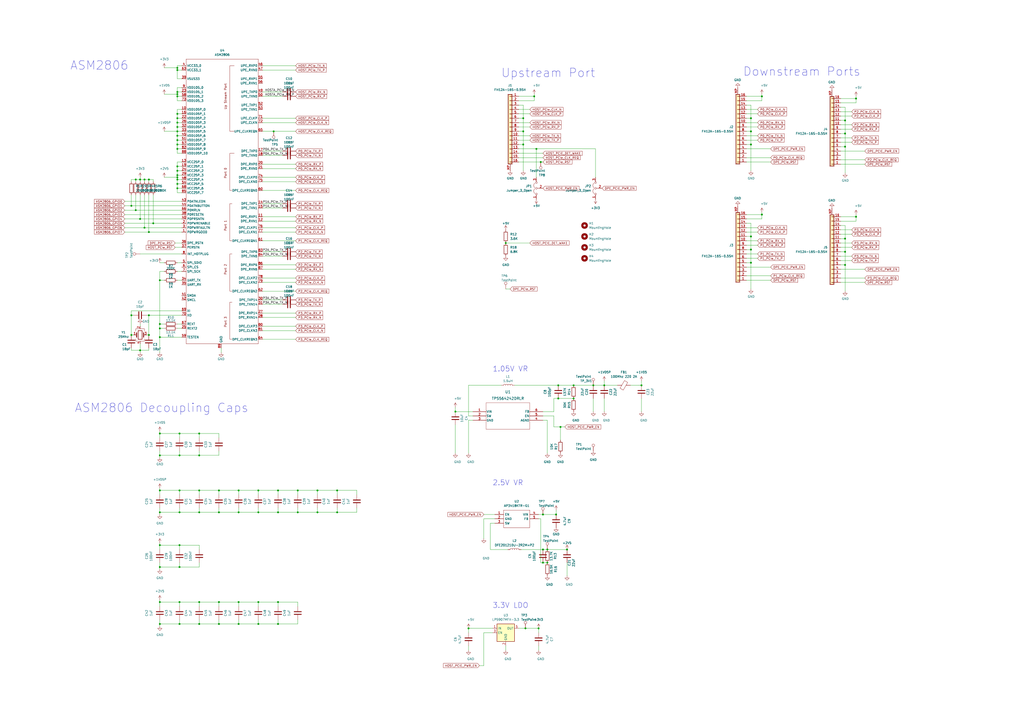
<source format=kicad_sch>
(kicad_sch (version 20231120) (generator "eeschema") (generator_version "8.0")
  (paper "A2")
  (title_block (title "PCIE 3.0 Hub Testing boardf") (date "2024-11-06") (rev "v1.0") (comment 1 "Designed by Will Whang"))
  (lib_symbols
    (symbol "2023-07-20_06-48-40:TPS564242DRLR" (pin_names (offset 0.254))
      (property "Reference" "U" (at 20.32 10.16 0))
      (property "Value" "TPS564242DRLR" (at 20.32 7.62 0))
      (symbol "TPS564242DRLR_0_1"
        (pin power_in line (at 0 0 0) (length 7.62) (name "VIN") (number "1"))
        (pin output line (at 0 -2.54 0) (length 7.62) (name "SW") (number "2"))
        (pin power_out line (at 0 -5.08 0) (length 7.62) (name "GND") (number "3"))
        (pin power_out line (at 40.64 -5.08 180) (length 7.62) (name "AGND") (number "4"))
        (pin input line (at 40.64 -2.54 180) (length 7.62) (name "EN") (number "5"))
        (pin input line (at 40.64 0 180) (length 7.62) (name "FB") (number "6"))
      )
    )
    (symbol "AP3418KTR-G1:AP3418KTR-G1" (pin_names (offset 0.762))
      (property "Reference" "PS" (at 21.59 7.62 0))
      (property "Value" "AP3418KTR-G1" (at 21.59 5.08 0))
      (symbol "AP3418KTR-G1_0_0"
        (pin passive line (at 0 0 0) (length 5.08) (name "EN") (number "1"))
        (pin passive line (at 0 -2.54 0) (length 5.08) (name "GND") (number "2"))
        (pin passive line (at 0 -5.08 0) (length 5.08) (name "SW") (number "3"))
        (pin passive line (at 25.4 0 180) (length 5.08) (name "VIN") (number "4"))
        (pin passive line (at 25.4 -2.54 180) (length 5.08) (name "FB") (number "5"))
      )
    )
    (symbol "ASM2806:ASM2806"
      (property "Reference" "U4" (at 0.635 83.82 0))
      (property "Value" "ASM2806" (at 0.635 81.28 0))
      (symbol "ASM2806_0_0"
        (text "Port 0" (at 2.54 12.7 900) (effects (font (size 1.27 1.27))))
        (text "Port 1" (at 2.54 -17.78 900) (effects (font (size 1.27 1.27))))
        (text "Port 2" (at 2.54 -43.18 900) (effects (font (size 1.27 1.27))))
        (text "Port 3" (at 2.54 -73.66 900) (effects (font (size 1.27 1.27))))
        (text "Up Stream Port" (at 2.54 57.15 900) (effects (font (size 1.27 1.27))))
      )
      (symbol "ASM2806_1_1"
        (pin input line (at -22.86 -21.59 0) (length 2.54) (name "P0PWRGOOD") (number "1"))
        (pin input line (at -22.86 49.53 0) (length 2.54) (name "VDD105P_0") (number "10"))
        (pin input line (at 24.13 -12.7 180) (length 2.54) (name "DPE_RXP1") (number "11"))
        (pin input line (at 24.13 -15.24 180) (length 2.54) (name "DPE_RXN1") (number "12"))
        (pin input line (at -22.86 19.05 0) (length 2.54) (name "VCC25P_0") (number "13"))
        (pin input line (at 24.13 -5.08 180) (length 2.54) (name "DPE_TXP1") (number "14"))
        (pin input line (at 24.13 -7.62 180) (length 2.54) (name "DPE_TXN1") (number "15"))
        (pin input line (at -22.86 46.99 0) (length 2.54) (name "VDD105P_1") (number "16"))
        (pin input line (at 24.13 25.4 180) (length 2.54) (name "DPE_TXP0") (number "17"))
        (pin input line (at 24.13 22.86 180) (length 2.54) (name "DPE_TXN0") (number "18"))
        (pin input line (at -22.86 16.51 0) (length 2.54) (name "VCC25P_1") (number "19"))
        (pin input line (at -22.86 -16.51 0) (length 2.54) (name "P0PWRENABLE") (number "2"))
        (pin input line (at 24.13 17.78 180) (length 2.54) (name "DPE_RXP0") (number "20"))
        (pin input line (at 24.13 15.24 180) (length 2.54) (name "DPE_RXN0") (number "21"))
        (pin input line (at -22.86 44.45 0) (length 2.54) (name "VDD105P_2") (number "22"))
        (pin input line (at -22.86 59.69 0) (length 2.54) (name "VDD105_1") (number "23"))
        (pin input line (at -22.86 13.97 0) (length 2.54) (name "VCC25P_2") (number "24"))
        (pin input line (at -22.86 -77.47 0) (length 2.54) (name "REXT2") (number "25"))
        (pin input line (at -22.86 41.91 0) (length 2.54) (name "VDD105P_3") (number "26"))
        (pin input line (at 24.13 -68.58 180) (length 2.54) (name "DPE_RXP14") (number "27"))
        (pin input line (at 24.13 -71.12 180) (length 2.54) (name "DPE_RXN14") (number "28"))
        (pin input line (at -22.86 11.43 0) (length 2.54) (name "VCC25P_3") (number "29"))
        (pin input line (at -22.86 -19.05 0) (length 2.54) (name "P0PWRFAULTN") (number "3"))
        (pin input line (at 24.13 -60.96 180) (length 2.54) (name "DPE_TXP14") (number "30"))
        (pin input line (at 24.13 -63.5 180) (length 2.54) (name "DPE_TXN14") (number "31"))
        (pin input line (at -22.86 39.37 0) (length 2.54) (name "VDD105P_4") (number "32"))
        (pin input line (at -22.86 36.83 0) (length 2.54) (name "VDD105P_5") (number "33"))
        (pin input line (at -22.86 -49.53 0) (length 2.54) (name "UART_TX") (number "34"))
        (pin input line (at -22.86 -52.07 0) (length 2.54) (name "UART_RX") (number "35"))
        (pin input line (at -22.86 -27.94 0) (length 2.54) (name "DPE_RSTN") (number "36"))
        (pin input line (at -22.86 -30.48 0) (length 2.54) (name "PERSTN") (number "37"))
        (pin input line (at -22.86 -11.43 0) (length 2.54) (name "P0RESETN") (number "38"))
        (pin input line (at -22.86 67.31 0) (length 2.54) (name "VSUS33") (number "39"))
        (pin input line (at -22.86 74.93 0) (length 2.54) (name "VCC33_0") (number "4"))
        (pin input line (at -22.86 -13.97 0) (length 2.54) (name "P0PRSNTN") (number "40"))
        (pin input line (at -22.86 -58.42 0) (length 2.54) (name "SMDA") (number "41"))
        (pin input line (at -22.86 -60.96 0) (length 2.54) (name "SMCL") (number "42"))
        (pin input line (at -22.86 -3.81 0) (length 2.54) (name "P0ATNLEDN") (number "43"))
        (pin input line (at -22.86 -6.35 0) (length 2.54) (name "P0ATNBUTTON") (number "44"))
        (pin input line (at -22.86 34.29 0) (length 2.54) (name "VDD105P_6") (number "45"))
        (pin input line (at 24.13 74.93 180) (length 2.54) (name "UPE_RXP0") (number "46"))
        (pin input line (at 24.13 72.39 180) (length 2.54) (name "UPE_RXN0") (number "47"))
        (pin input line (at -22.86 8.89 0) (length 2.54) (name "VCC25P_4") (number "48"))
        (pin input line (at 24.13 59.69 180) (length 2.54) (name "UPE_TXP0") (number "49"))
        (pin input line (at -22.86 -39.37 0) (length 2.54) (name "SPI_SDIO") (number "5"))
        (pin input line (at 24.13 57.15 180) (length 2.54) (name "UPE_TXN0") (number "50"))
        (pin input line (at -22.86 31.75 0) (length 2.54) (name "VDD105P_7") (number "51"))
        (pin input line (at 24.13 52.07 180) (length 2.54) (name "UPE_TXP1") (number "52"))
        (pin input line (at 24.13 49.53 180) (length 2.54) (name "UPE_TXN1") (number "53"))
        (pin input line (at -22.86 6.35 0) (length 2.54) (name "VCC25P_5") (number "54"))
        (pin input line (at 24.13 67.31 180) (length 2.54) (name "UPE_RXP1") (number "55"))
        (pin input line (at 24.13 64.77 180) (length 2.54) (name "UPE_RXN1") (number "56"))
        (pin input line (at -22.86 29.21 0) (length 2.54) (name "VDD105P_8") (number "57"))
        (pin input line (at -22.86 57.15 0) (length 2.54) (name "VDD105_2") (number "58"))
        (pin input line (at -22.86 -82.55 0) (length 2.54) (name "TESTEN") (number "59"))
        (pin input line (at -22.86 -41.91 0) (length 2.54) (name "SPI_CS") (number "6"))
        (pin input line (at 24.13 2.54 180) (length 2.54) (name "DPE_CLKREQN0") (number "60"))
        (pin input line (at 24.13 -26.67 180) (length 2.54) (name "DPE_CLKREQN1") (number "61"))
        (pin input line (at 24.13 -55.88 180) (length 2.54) (name "DPE_CLKREQN2") (number "62"))
        (pin input line (at -22.86 72.39 0) (length 2.54) (name "VCC33_1") (number "63"))
        (pin input line (at 24.13 -83.82 180) (length 2.54) (name "DPE_CLKREQN3") (number "64"))
        (pin input line (at 24.13 36.83 180) (length 2.54) (name "UPE_CLKREQN") (number "65"))
        (pin input line (at -22.86 -8.89 0) (length 2.54) (name "P0MRLN") (number "66"))
        (pin input line (at -22.86 -74.93 0) (length 2.54) (name "REXT") (number "67"))
        (pin input line (at -22.86 3.81 0) (length 2.54) (name "VCC25P_6") (number "68"))
        (pin input line (at -22.86 -67.31 0) (length 2.54) (name "XI") (number "69"))
        (pin input line (at -22.86 -44.45 0) (length 2.54) (name "SPI_SCK") (number "7"))
        (pin input line (at -22.86 -69.85 0) (length 2.54) (name "XO") (number "70"))
        (pin input line (at 24.13 44.45 180) (length 2.54) (name "UPE_CLKP") (number "71"))
        (pin input line (at 24.13 41.91 180) (length 2.54) (name "UPE_CLKN") (number "72"))
        (pin input line (at -22.86 54.61 0) (length 2.54) (name "VDD105_3") (number "73"))
        (pin input line (at 24.13 10.16 180) (length 2.54) (name "DPE_CLKP0") (number "74"))
        (pin input line (at 24.13 7.62 180) (length 2.54) (name "DPE_CLKN0") (number "75"))
        (pin input line (at 24.13 -19.05 180) (length 2.54) (name "DPE_CLKP1") (number "76"))
        (pin input line (at 24.13 -21.59 180) (length 2.54) (name "DPE_CLKN1") (number "77"))
        (pin input line (at 24.13 -48.26 180) (length 2.54) (name "DPE_CLKP2") (number "78"))
        (pin input line (at 24.13 -50.8 180) (length 2.54) (name "DPE_CLKN2") (number "79"))
        (pin input line (at -22.86 -34.29 0) (length 2.54) (name "INT_HOTPLUG") (number "8"))
        (pin input line (at 24.13 -76.2 180) (length 2.54) (name "DPE_CLKP3") (number "80"))
        (pin input line (at 24.13 -78.74 180) (length 2.54) (name "DPE_CLKN3") (number "81"))
        (pin input line (at -22.86 26.67 0) (length 2.54) (name "VDD105P_9") (number "82"))
        (pin input line (at 24.13 -33.02 180) (length 2.54) (name "DPE_TXP6") (number "83"))
        (pin input line (at 24.13 -35.56 180) (length 2.54) (name "DPE_TXN6") (number "84"))
        (pin input line (at -22.86 1.27 0) (length 2.54) (name "VCC25P_7") (number "85"))
        (pin input line (at 24.13 -40.64 180) (length 2.54) (name "DPE_RXP6") (number "86"))
        (pin input line (at 24.13 -43.18 180) (length 2.54) (name "DPE_RXN6") (number "87"))
        (pin input line (at -22.86 24.13 0) (length 2.54) (name "VDD105P_10") (number "88"))
        (pin input line (at 0 -88.9 90) (length 2.54) (name "GND") (number "89"))
        (pin input line (at -22.86 62.23 0) (length 2.54) (name "VDD105_0") (number "9"))
      )
    )
    (symbol "Connector:TestPoint" (pin_numbers hide) (pin_names (offset 0.762) hide)
      (property "Reference" "TP" (at 0 6.858 0))
      (property "Value" "TestPoint" (at 0 5.08 0))
      (symbol "TestPoint_1_1"
        (pin passive line (at 0 0 90) (length 2.54) (name "1") (number "1"))
      )
    )
    (symbol "Connector_Generic_Shielded:Conn_01x16_Shielded" (pin_names (offset 1.016) hide)
      (property "Reference" "J?" (at 0 24.13 0))
      (property "Value" "Conn_01x16_Shielded" (at 0 21.59 0))
      (symbol "Conn_01x16_Shielded_1_1"
        (pin passive line (at -5.08 17.78 0) (length 4.064) (name "Pin_1") (number "1"))
        (pin passive line (at -5.08 -5.08 0) (length 4.064) (name "Pin_10") (number "10"))
        (pin passive line (at -5.08 -7.62 0) (length 4.064) (name "Pin_11") (number "11"))
        (pin passive line (at -5.08 -10.16 0) (length 4.064) (name "Pin_12") (number "12"))
        (pin passive line (at -5.08 -12.7 0) (length 4.064) (name "Pin_13") (number "13"))
        (pin passive line (at -5.08 -15.24 0) (length 4.064) (name "Pin_14") (number "14"))
        (pin passive line (at -5.08 -17.78 0) (length 4.064) (name "Pin_15") (number "15"))
        (pin passive line (at -5.08 -20.32 0) (length 4.064) (name "Pin_16") (number "16"))
        (pin passive line (at -5.08 15.24 0) (length 4.064) (name "Pin_2") (number "2"))
        (pin passive line (at -5.08 12.7 0) (length 4.064) (name "Pin_3") (number "3"))
        (pin passive line (at -5.08 10.16 0) (length 4.064) (name "Pin_4") (number "4"))
        (pin passive line (at -5.08 7.62 0) (length 4.064) (name "Pin_5") (number "5"))
        (pin passive line (at -5.08 5.08 0) (length 4.064) (name "Pin_6") (number "6"))
        (pin passive line (at -5.08 2.54 0) (length 4.064) (name "Pin_7") (number "7"))
        (pin passive line (at -5.08 0 0) (length 4.064) (name "Pin_8") (number "8"))
        (pin passive line (at -5.08 -2.54 0) (length 4.064) (name "Pin_9") (number "9"))
        (pin passive line (at 0 -25.4 90) (length 3.81) (name "Shield") (number "MP"))
      )
    )
    (symbol "Device:C" (pin_numbers hide) (pin_names (offset 0.254))
      (property "Reference" "C" (at 0.635 2.54 0))
      (property "Value" "C" (at 0.635 -2.54 0))
      (symbol "C_1_1"
        (pin passive line (at 0 3.81 270) (length 2.794) (name "~") (number "1"))
        (pin passive line (at 0 -3.81 90) (length 2.794) (name "~") (number "2"))
      )
    )
    (symbol "Device:Crystal_GND24" (pin_names (offset 1.016) hide)
      (property "Reference" "Y" (at 3.175 5.08 0))
      (property "Value" "Crystal_GND24" (at 3.175 3.175 0))
      (symbol "Crystal_GND24_1_1"
        (pin passive line (at -3.81 0 0) (length 1.27) (name "1") (number "1"))
        (pin passive line (at 0 5.08 270) (length 1.27) (name "2") (number "2"))
        (pin passive line (at 3.81 0 180) (length 1.27) (name "3") (number "3"))
        (pin passive line (at 0 -5.08 90) (length 1.27) (name "4") (number "4"))
      )
    )
    (symbol "Device:FerriteBead" (pin_numbers hide) (pin_names (offset 0))
      (property "Reference" "FB" (at -3.81 0.635 90))
      (property "Value" "FerriteBead" (at 3.81 0 90))
      (symbol "FerriteBead_1_1"
        (pin passive line (at 0 3.81 270) (length 2.54) (name "~") (number "1"))
        (pin passive line (at 0 -3.81 90) (length 2.54) (name "~") (number "2"))
      )
    )
    (symbol "Device:L" (pin_numbers hide) (pin_names (offset 1.016) hide)
      (property "Reference" "L" (at -1.27 0 90))
      (property "Value" "L" (at 1.905 0 90))
      (symbol "L_1_1"
        (pin passive line (at 0 3.81 270) (length 1.27) (name "1") (number "1"))
        (pin passive line (at 0 -3.81 90) (length 1.27) (name "2") (number "2"))
      )
    )
    (symbol "Device:R" (pin_numbers hide) (pin_names (offset 0))
      (property "Reference" "R" (at 2.032 0 90))
      (property "Value" "R" (at 0 0 90))
      (symbol "R_1_1"
        (pin passive line (at 0 3.81 270) (length 1.27) (name "~") (number "1"))
        (pin passive line (at 0 -3.81 90) (length 1.27) (name "~") (number "2"))
      )
    )
    (symbol "Jumper:Jumper_3_Open" (pin_names (offset 0) hide)
      (property "Reference" "JP" (at -2.54 -2.54 0))
      (property "Value" "Jumper_3_Open" (at 0 2.794 0))
      (symbol "Jumper_3_Open_1_1"
        (pin passive line (at -6.35 0 0) (length 2.54) (name "A") (number "1"))
        (pin passive line (at 0 -3.81 90) (length 2.54) (name "C") (number "2"))
        (pin passive line (at 6.35 0 180) (length 2.54) (name "B") (number "3"))
      )
    )
    (symbol "Mechanical:MountingHole" (pin_names (offset 1.016))
      (property "Reference" "H" (at 0 5.08 0))
      (property "Value" "MountingHole" (at 0 3.175 0))
    )
    (symbol "Regulator_Linear:LP5907MFX-3.3"
      (property "Reference" "U" (at -3.81 6.35 0))
      (property "Value" "LP5907MFX-3.3" (at 6.35 6.35 0))
      (symbol "LP5907MFX-3.3_0_1"
        (pin power_in line (at -7.62 2.54 0) (length 2.54) (name "IN") (number "1"))
        (pin power_in line (at 0 -7.62 90) (length 2.54) (name "GND") (number "2"))
        (pin input line (at -7.62 0 0) (length 2.54) (name "EN") (number "3"))
        (pin no_connect line (at 5.08 0 180) (length 2.54) hide (name "NC") (number "4"))
        (pin power_out line (at 7.62 2.54 180) (length 2.54) (name "OUT") (number "5"))
      )
    )
    (symbol "power:+1V05" (power) (pin_names (offset 0))
      (property "Value" "+1V05" (at 0 3.556 0))
      (symbol "+1V05_1_1"
        (pin power_in line (at 0 0 90) (length 0) hide (name "+1V05") (number "1"))
      )
    )
    (symbol "power:+1V05P" (power) (pin_names (offset 0))
      (property "Value" "+1V05P" (at 0 3.556 0))
      (symbol "+1V05P_1_1"
        (pin power_in line (at 0 0 90) (length 0) hide (name "+1V05P") (number "1"))
      )
    )
    (symbol "power:+2V5" (power) (pin_names (offset 0))
      (property "Value" "+2V5" (at 0 3.556 0))
      (symbol "+2V5_1_1"
        (pin power_in line (at 0 0 90) (length 0) hide (name "+2V5") (number "1"))
      )
    )
    (symbol "power:+3.3V" (power) (pin_names (offset 0))
      (property "Value" "+3.3V" (at 0 3.556 0))
      (symbol "+3.3V_1_1"
        (pin power_in line (at 0 0 90) (length 0) hide (name "+3V3") (number "1"))
      )
    )
    (symbol "power:+3V3" (power) (pin_names (offset 0))
      (property "Value" "+3V3" (at 0 3.556 0))
      (symbol "+3V3_1_1"
        (pin power_in line (at 0 0 90) (length 0) hide (name "+3V3") (number "1"))
      )
    )
    (symbol "power:+5V" (power) (pin_names (offset 0))
      (property "Value" "+5V" (at 0 3.556 0))
      (symbol "+5V_1_1"
        (pin power_in line (at 0 0 90) (length 0) hide (name "+5V") (number "1"))
      )
    )
    (symbol "power:GND" (power) (pin_names (offset 0))
      (property "Value" "GND" (at 0 -3.81 0))
      (symbol "GND_1_1"
        (pin power_in line (at 0 0 270) (length 0) hide (name "GND") (number "1"))
      )
    )
  )
  (junction (at 161.29 361.95))
  (junction (at 102.87 101.6))
  (junction (at 76.2 119.38))
  (junction (at 104.14 264.16))
  (junction (at 81.28 203.2))
  (junction (at 314.96 298.45))
  (junction (at 78.74 121.92))
  (junction (at 102.87 54.61))
  (junction (at 264.16 238.76))
  (junction (at 102.87 76.2))
  (junction (at 81.28 104.14))
  (junction (at 115.57 284.48))
  (junction (at 92.71 361.95))
  (junction (at 138.43 349.25))
  (junction (at 102.87 40.64))
  (junction (at 293.37 140.97))
  (junction (at 184.15 297.18))
  (junction (at 104.14 361.95))
  (junction (at 328.93 318.77))
  (junction (at 149.86 361.95))
  (junction (at 490.22 138.43))
  (junction (at 92.71 316.23))
  (junction (at 195.58 284.48))
  (junction (at 441.96 55.88))
  (junction (at 92.71 349.25))
  (junction (at 92.71 251.46))
  (junction (at 309.88 55.88))
  (junction (at 102.87 99.06))
  (junction (at 435.61 152.4))
  (junction (at 372.11 223.52))
  (junction (at 92.71 297.18))
  (junction (at 115.57 251.46))
  (junction (at 314.96 318.77))
  (junction (at 104.14 328.93))
  (junction (at 490.22 69.85))
  (junction (at 102.87 78.74))
  (junction (at 184.15 284.48))
  (junction (at 104.14 251.46))
  (junction (at 102.87 68.58))
  (junction (at 350.52 223.52))
  (junction (at 102.87 81.28))
  (junction (at 102.87 102.87))
  (junction (at 313.69 93.98))
  (junction (at 102.87 55.88))
  (junction (at 102.87 71.12))
  (junction (at 78.74 104.14))
  (junction (at 314.96 326.39))
  (junction (at 92.71 328.93))
  (junction (at 104.14 316.23))
  (junction (at 102.87 83.82))
  (junction (at 102.87 86.36))
  (junction (at 312.42 364.49))
  (junction (at 81.28 127))
  (junction (at 102.87 73.66))
  (junction (at 325.12 247.65))
  (junction (at 149.86 349.25))
  (junction (at 92.71 195.58))
  (junction (at 115.57 264.16))
  (junction (at 271.78 364.49))
  (junction (at 303.53 83.82))
  (junction (at 88.9 129.54))
  (junction (at 490.22 77.47))
  (junction (at 127 361.95))
  (junction (at 127 349.25))
  (junction (at 317.5 318.77))
  (junction (at 149.86 284.48))
  (junction (at 138.43 361.95))
  (junction (at 172.72 284.48))
  (junction (at 435.61 137.16))
  (junction (at 435.61 83.82))
  (junction (at 102.87 109.22))
  (junction (at 435.61 144.78))
  (junction (at 115.57 349.25))
  (junction (at 490.22 146.05))
  (junction (at 83.82 104.14))
  (junction (at 138.43 284.48))
  (junction (at 92.71 162.56))
  (junction (at 496.57 57.15))
  (junction (at 102.87 53.34))
  (junction (at 104.14 284.48))
  (junction (at 115.57 361.95))
  (junction (at 441.96 124.46))
  (junction (at 158.75 76.2))
  (junction (at 86.36 134.62))
  (junction (at 322.58 298.45))
  (junction (at 323.85 231.14))
  (junction (at 435.61 68.58))
  (junction (at 161.29 284.48))
  (junction (at 161.29 297.18))
  (junction (at 303.53 68.58))
  (junction (at 127 297.18))
  (junction (at 115.57 297.18))
  (junction (at 92.71 190.5))
  (junction (at 435.61 76.2))
  (junction (at 317.5 326.39))
  (junction (at 323.85 223.52))
  (junction (at 83.82 132.08))
  (junction (at 104.14 297.18))
  (junction (at 92.71 187.96))
  (junction (at 127 284.48))
  (junction (at 161.29 349.25))
  (junction (at 76.2 194.31))
  (junction (at 332.74 223.52))
  (junction (at 149.86 297.18))
  (junction (at 86.36 104.14))
  (junction (at 92.71 264.16))
  (junction (at 496.57 125.73))
  (junction (at 92.71 284.48))
  (junction (at 490.22 153.67))
  (junction (at 195.58 297.18))
  (junction (at 86.36 194.31))
  (junction (at 332.74 231.14))
  (junction (at 104.14 349.25))
  (junction (at 172.72 297.18))
  (junction (at 102.87 106.68))
  (junction (at 76.2 182.88))
  (junction (at 86.36 182.88))
  (junction (at 303.53 76.2))
  (junction (at 102.87 104.14))
  (junction (at 102.87 66.04))
  (junction (at 311.15 86.36))
  (junction (at 102.87 39.37))
  (junction (at 490.22 85.09))
  (junction (at 344.17 223.52))
  (junction (at 138.43 297.18))
  (junction (at 304.8 364.49))
  (junction (at 102.87 96.52))
  (wire (pts (xy 104.14 316.23) (xy 92.71 316.23)))
  (wire (pts (xy 88.9 129.54) (xy 105.41 129.54)))
  (wire (pts (xy 323.85 223.52) (xy 332.74 223.52)))
  (wire (pts (xy 102.87 86.36) (xy 105.41 86.36)))
  (wire (pts (xy 128.27 201.93) (xy 128.27 204.47)))
  (wire (pts (xy 105.41 45.72) (xy 102.87 45.72)))
  (wire (pts (xy 303.53 60.96) (xy 303.53 68.58)))
  (wire (pts (xy 433.07 71.12) (xy 439.42 71.12)))
  (wire (pts (xy 487.68 125.73) (xy 496.57 125.73)))
  (wire (pts (xy 152.4 53.34) (xy 163.83 53.34)))
  (wire (pts (xy 92.71 284.48) (xy 92.71 287.02)))
  (wire (pts (xy 487.68 138.43) (xy 490.22 138.43)))
  (wire (pts (xy 293.37 374.65) (xy 293.37 377.19)))
  (wire (pts (xy 127 294.64) (xy 127 297.18)))
  (wire (pts (xy 490.22 153.67) (xy 490.22 168.91)))
  (wire (pts (xy 102.87 109.22) (xy 105.41 109.22)))
  (wire (pts (xy 127 264.16) (xy 115.57 264.16)))
  (wire (pts (xy 487.68 151.13) (xy 494.03 151.13)))
  (wire (pts (xy 104.14 326.39) (xy 104.14 328.93)))
  (wire (pts (xy 161.29 297.18) (xy 149.86 297.18)))
  (wire (pts (xy 490.22 62.23) (xy 490.22 69.85)))
  (wire (pts (xy 85.09 182.88) (xy 86.36 182.88)))
  (wire (pts (xy 104.14 359.41) (xy 104.14 361.95)))
  (wire (pts (xy 105.41 195.58) (xy 92.71 195.58)))
  (wire (pts (xy 138.43 284.48) (xy 127 284.48)))
  (wire (pts (xy 152.4 163.83) (xy 171.45 163.83)))
  (wire (pts (xy 102.87 40.64) (xy 102.87 39.37)))
  (wire (pts (xy 487.68 92.71) (xy 501.65 92.71)))
  (wire (pts (xy 274.32 243.84) (xy 271.78 243.84)))
  (wire (pts (xy 115.57 328.93) (xy 104.14 328.93)))
  (wire (pts (xy 490.22 69.85) (xy 490.22 77.47)))
  (wire (pts (xy 81.28 203.2) (xy 81.28 204.47)))
  (wire (pts (xy 332.74 223.52) (xy 344.17 223.52)))
  (wire (pts (xy 104.14 361.95) (xy 92.71 361.95)))
  (wire (pts (xy 300.99 60.96) (xy 303.53 60.96)))
  (wire (pts (xy 102.87 50.8) (xy 102.87 53.34)))
  (wire (pts (xy 152.4 105.41) (xy 171.45 105.41)))
  (wire (pts (xy 102.87 81.28) (xy 102.87 78.74)))
  (wire (pts (xy 152.4 55.88) (xy 163.83 55.88)))
  (wire (pts (xy 195.58 294.64) (xy 195.58 297.18)))
  (wire (pts (xy 102.87 111.76) (xy 105.41 111.76)))
  (wire (pts (xy 207.01 294.64) (xy 207.01 297.18)))
  (wire (pts (xy 88.9 104.14) (xy 86.36 104.14)))
  (wire (pts (xy 344.17 223.52) (xy 350.52 223.52)))
  (wire (pts (xy 76.2 104.14) (xy 78.74 104.14)))
  (wire (pts (xy 152.4 90.17) (xy 163.83 90.17)))
  (wire (pts (xy 92.71 250.19) (xy 92.71 251.46)))
  (wire (pts (xy 312.42 298.45) (xy 314.96 298.45)))
  (wire (pts (xy 441.96 124.46) (xy 441.96 123.19)))
  (wire (pts (xy 104.14 261.62) (xy 104.14 264.16)))
  (wire (pts (xy 102.87 53.34) (xy 102.87 54.61)))
  (wire (pts (xy 314.96 243.84) (xy 317.5 243.84)))
  (wire (pts (xy 102.87 58.42) (xy 105.41 58.42)))
  (wire (pts (xy 127 349.25) (xy 115.57 349.25)))
  (wire (pts (xy 78.74 113.03) (xy 78.74 121.92)))
  (wire (pts (xy 102.87 162.56) (xy 105.41 162.56)))
  (wire (pts (xy 433.07 149.86) (xy 439.42 149.86)))
  (wire (pts (xy 102.87 73.66) (xy 105.41 73.66)))
  (wire (pts (xy 104.14 287.02) (xy 104.14 284.48)))
  (wire (pts (xy 83.82 113.03) (xy 83.82 132.08)))
  (wire (pts (xy 300.99 81.28) (xy 307.34 81.28)))
  (wire (pts (xy 271.78 223.52) (xy 290.83 223.52)))
  (wire (pts (xy 76.2 105.41) (xy 76.2 104.14)))
  (wire (pts (xy 300.99 88.9) (xy 314.96 88.9)))
  (wire (pts (xy 152.4 134.62) (xy 171.45 134.62)))
  (wire (pts (xy 345.44 102.87) (xy 345.44 86.36)))
  (wire (pts (xy 314.96 298.45) (xy 322.58 298.45)))
  (wire (pts (xy 325.12 247.65) (xy 327.66 247.65)))
  (wire (pts (xy 313.69 93.98) (xy 314.96 93.98)))
  (wire (pts (xy 433.07 93.98) (xy 447.04 93.98)))
  (wire (pts (xy 487.68 146.05) (xy 490.22 146.05)))
  (wire (pts (xy 138.43 349.25) (xy 138.43 351.79)))
  (wire (pts (xy 487.68 153.67) (xy 490.22 153.67)))
  (wire (pts (xy 274.32 241.3) (xy 271.78 241.3)))
  (wire (pts (xy 293.37 167.64) (xy 295.91 167.64)))
  (wire (pts (xy 102.87 66.04) (xy 102.87 63.5)))
  (wire (pts (xy 127 349.25) (xy 127 351.79)))
  (wire (pts (xy 487.68 80.01) (xy 494.03 80.01)))
  (wire (pts (xy 280.67 367.03) (xy 285.75 367.03)))
  (wire (pts (xy 300.99 68.58) (xy 303.53 68.58)))
  (wire (pts (xy 152.4 176.53) (xy 163.83 176.53)))
  (wire (pts (xy 184.15 284.48) (xy 184.15 287.02)))
  (wire (pts (xy 101.6 140.97) (xy 105.41 140.97)))
  (wire (pts (xy 102.87 78.74) (xy 105.41 78.74)))
  (wire (pts (xy 314.96 241.3) (xy 321.31 241.3)))
  (wire (pts (xy 302.26 318.77) (xy 314.96 318.77)))
  (wire (pts (xy 271.78 364.49) (xy 271.78 367.03)))
  (wire (pts (xy 264.16 246.38) (xy 264.16 262.89)))
  (wire (pts (xy 95.25 54.61) (xy 102.87 54.61)))
  (wire (pts (xy 284.48 303.53) (xy 284.48 318.77)))
  (wire (pts (xy 152.4 97.79) (xy 171.45 97.79)))
  (wire (pts (xy 127 361.95) (xy 115.57 361.95)))
  (wire (pts (xy 152.4 71.12) (xy 171.45 71.12)))
  (wire (pts (xy 433.07 142.24) (xy 439.42 142.24)))
  (wire (pts (xy 105.41 40.64) (xy 102.87 40.64)))
  (wire (pts (xy 104.14 284.48) (xy 92.71 284.48)))
  (wire (pts (xy 86.36 203.2) (xy 86.36 201.93)))
  (wire (pts (xy 152.4 102.87) (xy 171.45 102.87)))
  (wire (pts (xy 102.87 99.06) (xy 105.41 99.06)))
  (wire (pts (xy 102.87 55.88) (xy 105.41 55.88)))
  (wire (pts (xy 487.68 161.29) (xy 501.65 161.29)))
  (wire (pts (xy 102.87 71.12) (xy 102.87 68.58)))
  (wire (pts (xy 127 261.62) (xy 127 264.16)))
  (wire (pts (xy 496.57 59.69) (xy 496.57 57.15)))
  (wire (pts (xy 83.82 104.14) (xy 86.36 104.14)))
  (wire (pts (xy 284.48 318.77) (xy 294.64 318.77)))
  (wire (pts (xy 127 254) (xy 127 251.46)))
  (wire (pts (xy 102.87 78.74) (xy 102.87 76.2)))
  (wire (pts (xy 104.14 251.46) (xy 92.71 251.46)))
  (wire (pts (xy 102.87 76.2) (xy 102.87 73.66)))
  (wire (pts (xy 312.42 374.65) (xy 312.42 377.19)))
  (wire (pts (xy 115.57 359.41) (xy 115.57 361.95)))
  (wire (pts (xy 86.36 182.88) (xy 86.36 194.31)))
  (wire (pts (xy 102.87 39.37) (xy 102.87 38.1)))
  (wire (pts (xy 487.68 130.81) (xy 490.22 130.81)))
  (wire (pts (xy 95.25 187.96) (xy 92.71 187.96)))
  (wire (pts (xy 317.5 318.77) (xy 328.93 318.77)))
  (wire (pts (xy 152.4 146.05) (xy 163.83 146.05)))
  (wire (pts (xy 172.72 294.64) (xy 172.72 297.18)))
  (wire (pts (xy 104.14 351.79) (xy 104.14 349.25)))
  (wire (pts (xy 92.71 162.56) (xy 92.71 187.96)))
  (wire (pts (xy 372.11 223.52) (xy 372.11 220.98)))
  (wire (pts (xy 433.07 83.82) (xy 435.61 83.82)))
  (wire (pts (xy 433.07 91.44) (xy 447.04 91.44)))
  (wire (pts (xy 298.45 223.52) (xy 323.85 223.52)))
  (wire (pts (xy 92.71 328.93) (xy 92.71 330.2)))
  (wire (pts (xy 487.68 77.47) (xy 490.22 77.47)))
  (wire (pts (xy 490.22 77.47) (xy 490.22 85.09)))
  (wire (pts (xy 104.14 264.16) (xy 115.57 264.16)))
  (wire (pts (xy 115.57 251.46) (xy 127 251.46)))
  (wire (pts (xy 149.86 297.18) (xy 138.43 297.18)))
  (wire (pts (xy 95.25 102.87) (xy 102.87 102.87)))
  (wire (pts (xy 271.78 243.84) (xy 271.78 262.89)))
  (wire (pts (xy 72.39 119.38) (xy 76.2 119.38)))
  (wire (pts (xy 300.99 71.12) (xy 307.34 71.12)))
  (wire (pts (xy 86.36 113.03) (xy 86.36 134.62)))
  (wire (pts (xy 433.07 58.42) (xy 441.96 58.42)))
  (wire (pts (xy 172.72 349.25) (xy 172.72 351.79)))
  (wire (pts (xy 161.29 284.48) (xy 149.86 284.48)))
  (wire (pts (xy 152.4 128.27) (xy 171.45 128.27)))
  (wire (pts (xy 102.87 102.87) (xy 102.87 104.14)))
  (wire (pts (xy 435.61 83.82) (xy 435.61 99.06)))
  (wire (pts (xy 102.87 81.28) (xy 105.41 81.28)))
  (wire (pts (xy 300.99 73.66) (xy 307.34 73.66)))
  (wire (pts (xy 433.07 162.56) (xy 447.04 162.56)))
  (wire (pts (xy 115.57 251.46) (xy 104.14 251.46)))
  (wire (pts (xy 76.2 182.88) (xy 76.2 194.31)))
  (wire (pts (xy 487.68 64.77) (xy 494.03 64.77)))
  (wire (pts (xy 92.71 326.39) (xy 92.71 328.93)))
  (wire (pts (xy 300.99 63.5) (xy 307.34 63.5)))
  (wire (pts (xy 102.87 93.98) (xy 102.87 96.52)))
  (wire (pts (xy 152.4 173.99) (xy 163.83 173.99)))
  (wire (pts (xy 309.88 58.42) (xy 309.88 55.88)))
  (wire (pts (xy 487.68 74.93) (xy 494.03 74.93)))
  (wire (pts (xy 345.44 86.36) (xy 311.15 86.36)))
  (wire (pts (xy 490.22 138.43) (xy 490.22 146.05)))
  (wire (pts (xy 195.58 284.48) (xy 184.15 284.48)))
  (wire (pts (xy 441.96 58.42) (xy 441.96 55.88)))
  (wire (pts (xy 138.43 361.95) (xy 127 361.95)))
  (wire (pts (xy 72.39 124.46) (xy 105.41 124.46)))
  (wire (pts (xy 115.57 297.18) (xy 104.14 297.18)))
  (wire (pts (xy 433.07 129.54) (xy 435.61 129.54)))
  (wire (pts (xy 95.25 39.37) (xy 102.87 39.37)))
  (wire (pts (xy 88.9 105.41) (xy 88.9 104.14)))
  (wire (pts (xy 104.14 254) (xy 104.14 251.46)))
  (wire (pts (xy 76.2 182.88) (xy 77.47 182.88)))
  (wire (pts (xy 92.71 261.62) (xy 92.71 264.16)))
  (wire (pts (xy 325.12 247.65) (xy 325.12 255.27)))
  (wire (pts (xy 78.74 121.92) (xy 105.41 121.92)))
  (wire (pts (xy 487.68 143.51) (xy 494.03 143.51)))
  (wire (pts (xy 127 284.48) (xy 127 287.02)))
  (wire (pts (xy 314.96 318.77) (xy 317.5 318.77)))
  (wire (pts (xy 323.85 231.14) (xy 332.74 231.14)))
  (wire (pts (xy 433.07 134.62) (xy 439.42 134.62)))
  (wire (pts (xy 127 359.41) (xy 127 361.95)))
  (wire (pts (xy 102.87 187.96) (xy 105.41 187.96)))
  (wire (pts (xy 172.72 284.48) (xy 172.72 287.02)))
  (wire (pts (xy 496.57 57.15) (xy 496.57 55.88)))
  (wire (pts (xy 435.61 152.4) (xy 435.61 167.64)))
  (wire (pts (xy 314.96 238.76) (xy 321.31 238.76)))
  (wire (pts (xy 172.72 349.25) (xy 161.29 349.25)))
  (wire (pts (xy 102.87 104.14) (xy 102.87 106.68)))
  (wire (pts (xy 433.07 63.5) (xy 439.42 63.5)))
  (wire (pts (xy 149.86 294.64) (xy 149.86 297.18)))
  (wire (pts (xy 152.4 148.59) (xy 163.83 148.59)))
  (wire (pts (xy 138.43 284.48) (xy 138.43 287.02)))
  (wire (pts (xy 271.78 374.65) (xy 271.78 377.19)))
  (wire (pts (xy 433.07 139.7) (xy 439.42 139.7)))
  (wire (pts (xy 102.87 109.22) (xy 102.87 111.76)))
  (wire (pts (xy 433.07 132.08) (xy 439.42 132.08)))
  (wire (pts (xy 433.07 66.04) (xy 439.42 66.04)))
  (wire (pts (xy 487.68 67.31) (xy 494.03 67.31)))
  (wire (pts (xy 102.87 96.52) (xy 105.41 96.52)))
  (wire (pts (xy 152.4 95.25) (xy 171.45 95.25)))
  (wire (pts (xy 115.57 326.39) (xy 115.57 328.93)))
  (wire (pts (xy 86.36 134.62) (xy 105.41 134.62)))
  (wire (pts (xy 433.07 160.02) (xy 447.04 160.02)))
  (wire (pts (xy 152.4 118.11) (xy 163.83 118.11)))
  (wire (pts (xy 92.71 190.5) (xy 92.71 195.58)))
  (wire (pts (xy 195.58 297.18) (xy 184.15 297.18)))
  (wire (pts (xy 313.69 326.39) (xy 314.96 326.39)))
  (wire (pts (xy 152.4 132.08) (xy 171.45 132.08)))
  (wire (pts (xy 115.57 294.64) (xy 115.57 297.18)))
  (wire (pts (xy 435.61 60.96) (xy 435.61 68.58)))
  (wire (pts (xy 102.87 99.06) (xy 102.87 101.6)))
  (wire (pts (xy 433.07 73.66) (xy 439.42 73.66)))
  (wire (pts (xy 102.87 96.52) (xy 102.87 99.06)))
  (wire (pts (xy 152.4 87.63) (xy 163.83 87.63)))
  (wire (pts (xy 102.87 101.6) (xy 105.41 101.6)))
  (wire (pts (xy 138.43 359.41) (xy 138.43 361.95)))
  (wire (pts (xy 172.72 297.18) (xy 161.29 297.18)))
  (wire (pts (xy 149.86 359.41) (xy 149.86 361.95)))
  (wire (pts (xy 433.07 124.46) (xy 441.96 124.46)))
  (wire (pts (xy 102.87 45.72) (xy 102.87 40.64)))
  (wire (pts (xy 490.22 146.05) (xy 490.22 153.67)))
  (wire (pts (xy 350.52 223.52) (xy 350.52 220.98)))
  (wire (pts (xy 487.68 69.85) (xy 490.22 69.85)))
  (wire (pts (xy 127 297.18) (xy 115.57 297.18)))
  (wire (pts (xy 322.58 295.91) (xy 322.58 298.45)))
  (wire (pts (xy 161.29 294.64) (xy 161.29 297.18)))
  (wire (pts (xy 300.99 93.98) (xy 313.69 93.98)))
  (wire (pts (xy 92.71 316.23) (xy 92.71 318.77)))
  (wire (pts (xy 152.4 189.23) (xy 171.45 189.23)))
  (wire (pts (xy 72.39 132.08) (xy 83.82 132.08)))
  (wire (pts (xy 95.25 76.2) (xy 102.87 76.2)))
  (wire (pts (xy 81.28 127) (xy 105.41 127)))
  (wire (pts (xy 344.17 231.14) (xy 344.17 238.76)))
  (wire (pts (xy 487.68 163.83) (xy 501.65 163.83)))
  (wire (pts (xy 435.61 137.16) (xy 435.61 144.78)))
  (wire (pts (xy 102.87 152.4) (xy 105.41 152.4)))
  (wire (pts (xy 78.74 104.14) (xy 81.28 104.14)))
  (wire (pts (xy 102.87 76.2) (xy 105.41 76.2)))
  (wire (pts (xy 92.71 162.56) (xy 95.25 162.56)))
  (wire (pts (xy 92.71 294.64) (xy 92.71 297.18)))
  (wire (pts (xy 102.87 83.82) (xy 105.41 83.82)))
  (wire (pts (xy 102.87 101.6) (xy 102.87 102.87)))
  (wire (pts (xy 300.99 364.49) (xy 304.8 364.49)))
  (wire (pts (xy 304.8 364.49) (xy 312.42 364.49)))
  (wire (pts (xy 184.15 297.18) (xy 172.72 297.18)))
  (wire (pts (xy 149.86 284.48) (xy 149.86 287.02)))
  (wire (pts (xy 81.28 113.03) (xy 81.28 127)))
  (wire (pts (xy 490.22 85.09) (xy 490.22 100.33)))
  (wire (pts (xy 487.68 128.27) (xy 496.57 128.27)))
  (wire (pts (xy 72.39 121.92) (xy 78.74 121.92)))
  (wire (pts (xy 102.87 55.88) (xy 102.87 58.42)))
  (wire (pts (xy 102.87 38.1) (xy 105.41 38.1)))
  (wire (pts (xy 76.2 180.34) (xy 76.2 182.88)))
  (wire (pts (xy 487.68 140.97) (xy 494.03 140.97)))
  (wire (pts (xy 293.37 140.97) (xy 307.34 140.97)))
  (wire (pts (xy 92.71 251.46) (xy 92.71 254)))
  (wire (pts (xy 321.31 247.65) (xy 325.12 247.65)))
  (wire (pts (xy 433.07 81.28) (xy 439.42 81.28)))
  (wire (pts (xy 92.71 297.18) (xy 92.71 298.45)))
  (wire (pts (xy 487.68 148.59) (xy 494.03 148.59)))
  (wire (pts (xy 321.31 231.14) (xy 323.85 231.14)))
  (wire (pts (xy 102.87 106.68) (xy 102.87 109.22)))
  (wire (pts (xy 207.01 287.02) (xy 207.01 284.48)))
  (wire (pts (xy 152.4 139.7) (xy 171.45 139.7)))
  (wire (pts (xy 303.53 83.82) (xy 303.53 99.06)))
  (wire (pts (xy 138.43 349.25) (xy 127 349.25)))
  (wire (pts (xy 433.07 86.36) (xy 447.04 86.36)))
  (wire (pts (xy 278.13 386.08) (xy 280.67 386.08)))
  (wire (pts (xy 76.2 203.2) (xy 81.28 203.2)))
  (wire (pts (xy 149.86 284.48) (xy 138.43 284.48)))
  (wire (pts (xy 115.57 284.48) (xy 104.14 284.48)))
  (wire (pts (xy 102.87 86.36) (xy 102.87 83.82)))
  (wire (pts (xy 433.07 127) (xy 441.96 127)))
  (wire (pts (xy 105.41 50.8) (xy 102.87 50.8)))
  (wire (pts (xy 102.87 53.34) (xy 105.41 53.34)))
  (wire (pts (xy 76.2 201.93) (xy 76.2 203.2)))
  (wire (pts (xy 115.57 318.77) (xy 115.57 316.23)))
  (wire (pts (xy 92.71 187.96) (xy 92.71 190.5)))
  (wire (pts (xy 309.88 55.88) (xy 309.88 54.61)))
  (wire (pts (xy 81.28 102.87) (xy 81.28 104.14)))
  (wire (pts (xy 195.58 284.48) (xy 195.58 287.02)))
  (wire (pts (xy 433.07 68.58) (xy 435.61 68.58)))
  (wire (pts (xy 350.52 223.52) (xy 358.14 223.52)))
  (wire (pts (xy 92.71 157.48) (xy 92.71 162.56)))
  (wire (pts (xy 152.4 120.65) (xy 163.83 120.65)))
  (wire (pts (xy 161.29 359.41) (xy 161.29 361.95)))
  (wire (pts (xy 313.69 300.99) (xy 312.42 300.99)))
  (wire (pts (xy 92.71 190.5) (xy 95.25 190.5)))
  (wire (pts (xy 102.87 190.5) (xy 105.41 190.5)))
  (wire (pts (xy 92.71 359.41) (xy 92.71 361.95)))
  (wire (pts (xy 81.28 203.2) (xy 86.36 203.2)))
  (wire (pts (xy 487.68 72.39) (xy 494.03 72.39)))
  (wire (pts (xy 92.71 349.25) (xy 92.71 351.79)))
  (wire (pts (xy 312.42 364.49) (xy 312.42 367.03)))
  (wire (pts (xy 161.29 284.48) (xy 161.29 287.02)))
  (wire (pts (xy 152.4 38.1) (xy 171.45 38.1)))
  (wire (pts (xy 300.99 76.2) (xy 303.53 76.2)))
  (wire (pts (xy 102.87 66.04) (xy 105.41 66.04)))
  (wire (pts (xy 280.67 300.99) (xy 287.02 300.99)))
  (wire (pts (xy 115.57 287.02) (xy 115.57 284.48)))
  (wire (pts (xy 490.22 130.81) (xy 490.22 138.43)))
  (wire (pts (xy 487.68 135.89) (xy 494.03 135.89)))
  (wire (pts (xy 78.74 104.14) (xy 78.74 105.41)))
  (wire (pts (xy 104.14 264.16) (xy 92.71 264.16)))
  (wire (pts (xy 152.4 161.29) (xy 171.45 161.29)))
  (wire (pts (xy 365.76 223.52) (xy 372.11 223.52)))
  (wire (pts (xy 152.4 168.91) (xy 171.45 168.91)))
  (wire (pts (xy 496.57 125.73) (xy 496.57 124.46)))
  (wire (pts (xy 152.4 153.67) (xy 171.45 153.67)))
  (wire (pts (xy 300.99 58.42) (xy 309.88 58.42)))
  (wire (pts (xy 317.5 243.84) (xy 317.5 262.89)))
  (wire (pts (xy 72.39 129.54) (xy 88.9 129.54)))
  (wire (pts (xy 104.14 294.64) (xy 104.14 297.18)))
  (wire (pts (xy 92.71 361.95) (xy 92.71 363.22)))
  (wire (pts (xy 72.39 127) (xy 81.28 127)))
  (wire (pts (xy 81.28 199.39) (xy 81.28 203.2)))
  (wire (pts (xy 372.11 231.14) (xy 372.11 238.76)))
  (wire (pts (xy 303.53 76.2) (xy 303.53 83.82)))
  (wire (pts (xy 161.29 361.95) (xy 149.86 361.95)))
  (wire (pts (xy 115.57 349.25) (xy 104.14 349.25)))
  (wire (pts (xy 487.68 87.63) (xy 501.65 87.63)))
  (wire (pts (xy 104.14 349.25) (xy 92.71 349.25)))
  (wire (pts (xy 433.07 78.74) (xy 439.42 78.74)))
  (wire (pts (xy 92.71 264.16) (xy 92.71 265.43)))
  (wire (pts (xy 83.82 104.14) (xy 83.82 105.41)))
  (wire (pts (xy 152.4 68.58) (xy 171.45 68.58)))
  (wire (pts (xy 433.07 55.88) (xy 441.96 55.88)))
  (wire (pts (xy 184.15 294.64) (xy 184.15 297.18)))
  (wire (pts (xy 105.41 93.98) (xy 102.87 93.98)))
  (wire (pts (xy 207.01 284.48) (xy 195.58 284.48)))
  (wire (pts (xy 314.96 326.39) (xy 317.5 326.39)))
  (wire (pts (xy 102.87 157.48) (xy 105.41 157.48)))
  (wire (pts (xy 300.99 91.44) (xy 314.96 91.44)))
  (wire (pts (xy 264.16 236.22) (xy 264.16 238.76)))
  (wire (pts (xy 83.82 132.08) (xy 105.41 132.08)))
  (wire (pts (xy 152.4 76.2) (xy 158.75 76.2)))
  (wire (pts (xy 207.01 297.18) (xy 195.58 297.18)))
  (wire (pts (xy 92.71 347.98) (xy 92.71 349.25)))
  (wire (pts (xy 102.87 104.14) (xy 105.41 104.14)))
  (wire (pts (xy 161.29 349.25) (xy 161.29 351.79)))
  (wire (pts (xy 102.87 63.5) (xy 105.41 63.5)))
  (wire (pts (xy 149.86 361.95) (xy 138.43 361.95)))
  (wire (pts (xy 487.68 133.35) (xy 494.03 133.35)))
  (wire (pts (xy 102.87 71.12) (xy 105.41 71.12)))
  (wire (pts (xy 487.68 62.23) (xy 490.22 62.23)))
  (wire (pts (xy 435.61 144.78) (xy 435.61 152.4)))
  (wire (pts (xy 76.2 113.03) (xy 76.2 119.38)))
  (wire (pts (xy 435.61 76.2) (xy 435.61 83.82)))
  (wire (pts (xy 152.4 110.49) (xy 171.45 110.49)))
  (wire (pts (xy 441.96 55.88) (xy 441.96 54.61)))
  (wire (pts (xy 115.57 261.62) (xy 115.57 264.16)))
  (wire (pts (xy 433.07 137.16) (xy 435.61 137.16)))
  (wire (pts (xy 138.43 297.18) (xy 127 297.18)))
  (wire (pts (xy 161.29 349.25) (xy 149.86 349.25)))
  (wire (pts (xy 280.67 298.45) (xy 287.02 298.45)))
  (wire (pts (xy 95.25 157.48) (xy 92.71 157.48)))
  (wire (pts (xy 433.07 76.2) (xy 435.61 76.2)))
  (wire (pts (xy 487.68 82.55) (xy 494.03 82.55)))
  (wire (pts (xy 264.16 238.76) (xy 274.32 238.76)))
  (wire (pts (xy 76.2 119.38) (xy 105.41 119.38)))
  (wire (pts (xy 72.39 134.62) (xy 86.36 134.62)))
  (wire (pts (xy 72.39 116.84) (xy 105.41 116.84)))
  (wire (pts (xy 104.14 328.93) (xy 92.71 328.93)))
  (wire (pts (xy 172.72 284.48) (xy 161.29 284.48)))
  (wire (pts (xy 496.57 128.27) (xy 496.57 125.73)))
  (wire (pts (xy 105.41 88.9) (xy 102.87 88.9)))
  (wire (pts (xy 287.02 303.53) (xy 284.48 303.53)))
  (wire (pts (xy 487.68 85.09) (xy 490.22 85.09)))
  (wire (pts (xy 271.78 241.3) (xy 271.78 223.52)))
  (wire (pts (xy 81.28 187.96) (xy 81.28 189.23)))
  (wire (pts (xy 104.14 318.77) (xy 104.14 316.23)))
  (wire (pts (xy 138.43 294.64) (xy 138.43 297.18)))
  (wire (pts (xy 88.9 113.03) (xy 88.9 129.54)))
  (wire (pts (xy 321.31 238.76) (xy 321.31 231.14)))
  (wire (pts (xy 102.87 54.61) (xy 102.87 55.88)))
  (wire (pts (xy 104.14 297.18) (xy 92.71 297.18)))
  (wire (pts (xy 115.57 316.23) (xy 104.14 316.23)))
  (wire (pts (xy 102.87 68.58) (xy 102.87 66.04)))
  (wire (pts (xy 441.96 127) (xy 441.96 124.46)))
  (wire (pts (xy 127 284.48) (xy 115.57 284.48)))
  (wire (pts (xy 300.99 86.36) (xy 311.15 86.36)))
  (wire (pts (xy 313.69 300.99) (xy 313.69 326.39)))
  (wire (pts (xy 152.4 125.73) (xy 171.45 125.73)))
  (wire (pts (xy 152.4 184.15) (xy 171.45 184.15)))
  (wire (pts (xy 487.68 95.25) (xy 501.65 95.25)))
  (wire (pts (xy 152.4 156.21) (xy 171.45 156.21)))
  (wire (pts (xy 350.52 231.14) (xy 350.52 238.76)))
  (wire (pts (xy 152.4 191.77) (xy 171.45 191.77)))
  (wire (pts (xy 300.99 55.88) (xy 309.88 55.88)))
  (wire (pts (xy 328.93 326.39) (xy 328.93 334.01)))
  (wire (pts (xy 300.99 78.74) (xy 307.34 78.74)))
  (wire (pts (xy 300.99 83.82) (xy 303.53 83.82)))
  (wire (pts (xy 300.99 66.04) (xy 307.34 66.04)))
  (wire (pts (xy 105.41 182.88) (xy 86.36 182.88)))
  (wire (pts (xy 102.87 83.82) (xy 102.87 81.28)))
  (wire (pts (xy 487.68 59.69) (xy 496.57 59.69)))
  (wire (pts (xy 311.15 86.36) (xy 311.15 102.87)))
  (wire (pts (xy 158.75 76.2) (xy 171.45 76.2)))
  (wire (pts (xy 487.68 156.21) (xy 501.65 156.21)))
  (wire (pts (xy 172.72 361.95) (xy 161.29 361.95)))
  (wire (pts (xy 81.28 104.14) (xy 81.28 105.41)))
  (wire (pts (xy 435.61 68.58) (xy 435.61 76.2)))
  (wire (pts (xy 303.53 68.58) (xy 303.53 76.2)))
  (wire (pts (xy 433.07 152.4) (xy 435.61 152.4)))
  (wire (pts (xy 115.57 361.95) (xy 104.14 361.95)))
  (wire (pts (xy 102.87 106.68) (xy 105.41 106.68)))
  (wire (pts (xy 105.41 180.34) (xy 76.2 180.34)))
  (wire (pts (xy 102.87 73.66) (xy 102.87 71.12)))
  (wire (pts (xy 152.4 196.85) (xy 171.45 196.85)))
  (wire (pts (xy 81.28 104.14) (xy 83.82 104.14)))
  (wire (pts (xy 92.71 314.96) (xy 92.71 316.23)))
  (wire (pts (xy 271.78 364.49) (xy 285.75 364.49)))
  (wire (pts (xy 487.68 57.15) (xy 496.57 57.15)))
  (wire (pts (xy 433.07 144.78) (xy 435.61 144.78)))
  (wire (pts (xy 76.2 194.31) (xy 77.47 194.31)))
  (wire (pts (xy 149.86 349.25) (xy 138.43 349.25)))
  (wire (pts (xy 101.6 143.51) (xy 105.41 143.51)))
  (wire (pts (xy 115.57 351.79) (xy 115.57 349.25)))
  (wire (pts (xy 152.4 181.61) (xy 171.45 181.61)))
  (wire (pts (xy 433.07 147.32) (xy 439.42 147.32)))
  (wire (pts (xy 81.28 147.32) (xy 105.41 147.32)))
  (wire (pts (xy 172.72 359.41) (xy 172.72 361.95)))
  (wire (pts (xy 92.71 283.21) (xy 92.71 284.48)))
  (wire (pts (xy 152.4 40.64) (xy 171.45 40.64)))
  (wire (pts (xy 435.61 129.54) (xy 435.61 137.16)))
  (wire (pts (xy 86.36 104.14) (xy 86.36 105.41)))
  (wire (pts (xy 280.67 386.08) (xy 280.67 367.03)))
  (wire (pts (xy 115.57 254) (xy 115.57 251.46)))
  (wire (pts (xy 102.87 68.58) (xy 105.41 68.58)))
  (wire (pts (xy 433.07 154.94) (xy 447.04 154.94)))
  (wire (pts (xy 85.09 194.31) (xy 86.36 194.31)))
  (wire (pts (xy 92.71 152.4) (xy 95.25 152.4)))
  (wire (pts (xy 92.71 195.58) (xy 92.71 204.47)))
  (wire (pts (xy 321.31 241.3) (xy 321.31 247.65)))
  (wire (pts (xy 280.67 300.99) (xy 280.67 312.42)))
  (wire (pts (xy 433.07 60.96) (xy 435.61 60.96)))
  (wire (pts (xy 149.86 349.25) (xy 149.86 351.79)))
  (wire (pts (xy 102.87 88.9) (xy 102.87 86.36)))
  (wire (pts (xy 184.15 284.48) (xy 172.72 284.48)))
  (text "2.5V VR" (at 285.75 281.94 0) (effects (font (size 3 3)) (justify left bottom)))
  (text "ASM2806" (at 57.658 38.1 0) (effects (font (size 5 5))))
  (text "3.3V LDO" (at 285.75 353.06 0) (effects (font (size 3 3)) (justify left bottom)))
  (text "Upstream Port" (at 318.008 42.418 0) (effects (font (size 5 5))))
  (text "1.05V VR" (at 285.75 215.9 0) (effects (font (size 3 3)) (justify left bottom)))
  (text "ASM2806 Decoupling Caps" (at 93.726 236.728 0) (effects (font (size 5 5))))
  (text "Downstream Ports" (at 465.074 41.656 0) (effects (font (size 5 5))))
  (label "P1A_PCIe_TX_N" (at 152.4 120.65 0))
  (label "P1A_PCIe_TX_P" (at 152.4 118.11 0))
  (label "P0A_PCIe_TX_N" (at 152.4 90.17 0))
  (label "P2A_PCIe_TX_N" (at 152.4 148.59 0))
  (label "P3A_PCIe_TX_N" (at 152.4 176.53 0))
  (label "P3A_PCIe_TX_P" (at 152.4 173.99 0))
  (label "P0A_PCIe_TX_P" (at 152.4 87.63 0))
  (label "HOSTA_PCIe_RX_N" (at 153.67 53.34 0))
  (label "P2A_PCIe_TX_P" (at 152.4 146.05 0))
  (label "HOSTA_PCIe_RX_P" (at 153.67 55.88 0))
  (global_label "P3_PCIe_TX_P" (shape input) (at 494.03 151.13 0) (property "Intersheetrefs" "${INTERSHEET_REFS}" (effects (hide yes))))
  (global_label "P2_PCIe_RX_P" (shape input) (at 494.03 74.93 0) (property "Intersheetrefs" "${INTERSHEET_REFS}" (effects (hide yes))))
  (global_label "P0_PCIe_CLK_P" (shape input) (at 439.42 66.04 0) (property "Intersheetrefs" "${INTERSHEET_REFS}" (effects (hide yes))))
  (global_label "HOST_PCIe_CLK_P" (shape input) (at 307.34 66.04 0) (property "Intersheetrefs" "${INTERSHEET_REFS}" (effects (hide yes))))
  (global_label "P3_PCIe_RX_N" (shape input) (at 494.03 140.97 0) (property "Intersheetrefs" "${INTERSHEET_REFS}" (effects (hide yes))))
  (global_label "HOST_PCIE_PWR_EN" (shape input) (at 278.13 386.08 180) (property "Intersheetrefs" "${INTERSHEET_REFS}" (effects (hide yes))))
  (global_label "DPE_PCIE_PWR_EN" (shape input) (at 501.65 156.21 0) (property "Intersheetrefs" "${INTERSHEET_REFS}" (effects (hide yes))))
  (global_label "P0_PCIe_CLK_REQ" (shape input) (at 447.04 91.44 0) (property "Intersheetrefs" "${INTERSHEET_REFS}" (effects (hide yes))))
  (global_label "ASM2806_GPIO5" (shape input) (at 72.39 129.54 180) (property "Intersheetrefs" "${INTERSHEET_REFS}" (effects (hide yes))))
  (global_label "P1_PCIe_RX_P" (shape input) (at 171.45 125.73 0) (property "Intersheetrefs" "${INTERSHEET_REFS}" (effects (hide yes))))
  (global_label "P2_PCIe_CLK_REQ" (shape input) (at 501.65 92.71 0) (property "Intersheetrefs" "${INTERSHEET_REFS}" (effects (hide yes))))
  (global_label "P0_PCIe_TX_P" (shape input) (at 439.42 81.28 0) (property "Intersheetrefs" "${INTERSHEET_REFS}" (effects (hide yes))))
  (global_label "DPE_PCIe_RST" (shape input) (at 447.04 93.98 0) (property "Intersheetrefs" "${INTERSHEET_REFS}" (effects (hide yes))))
  (global_label "P0_PCIe_CLK_N" (shape input) (at 439.42 63.5 0) (property "Intersheetrefs" "${INTERSHEET_REFS}" (effects (hide yes))))
  (global_label "DPE_PCIE_PWR_EN" (shape input) (at 447.04 86.36 0) (property "Intersheetrefs" "${INTERSHEET_REFS}" (effects (hide yes))))
  (global_label "P1_PCIe_TX_P" (shape input) (at 171.45 118.11 0) (property "Intersheetrefs" "${INTERSHEET_REFS}" (effects (hide yes))))
  (global_label "DPE_PCIe_RST" (shape input) (at 447.04 162.56 0) (property "Intersheetrefs" "${INTERSHEET_REFS}" (effects (hide yes))))
  (global_label "P1_PCIe_RX_P" (shape input) (at 439.42 142.24 0) (property "Intersheetrefs" "${INTERSHEET_REFS}" (effects (hide yes))))
  (global_label "DPE_PCIe_RST" (shape input) (at 295.91 167.64 0) (property "Intersheetrefs" "${INTERSHEET_REFS}" (effects (hide yes))))
  (global_label "P2_PCIe_CLK_N" (shape input) (at 171.45 163.83 0) (property "Intersheetrefs" "${INTERSHEET_REFS}" (effects (hide yes))))
  (global_label "P1_PCIe_TX_P" (shape input) (at 439.42 149.86 0) (property "Intersheetrefs" "${INTERSHEET_REFS}" (effects (hide yes))))
  (global_label "P3_PCIe_TX_N" (shape input) (at 171.45 176.53 0) (property "Intersheetrefs" "${INTERSHEET_REFS}" (effects (hide yes))))
  (global_label "P3_PCIe_CLK_N" (shape input) (at 171.45 191.77 0) (property "Intersheetrefs" "${INTERSHEET_REFS}" (effects (hide yes))))
  (global_label "P1_PCIe_RX_N" (shape input) (at 171.45 128.27 0) (property "Intersheetrefs" "${INTERSHEET_REFS}" (effects (hide yes))))
  (global_label "DPE_PCIE_PWR_EN" (shape input) (at 447.04 154.94 0) (property "Intersheetrefs" "${INTERSHEET_REFS}" (effects (hide yes))))
  (global_label "P2_PCIe_TX_N" (shape input) (at 494.03 80.01 0) (property "Intersheetrefs" "${INTERSHEET_REFS}" (effects (hide yes))))
  (global_label "P3_PCIe_CLK_P" (shape input) (at 171.45 189.23 0) (property "Intersheetrefs" "${INTERSHEET_REFS}" (effects (hide yes))))
  (global_label "HOST_PCIe_TX_N" (shape input) (at 307.34 78.74 0) (property "Intersheetrefs" "${INTERSHEET_REFS}" (effects (hide yes))))
  (global_label "P0_PCIe_RX_N" (shape input) (at 439.42 71.12 0) (property "Intersheetrefs" "${INTERSHEET_REFS}" (effects (hide yes))))
  (global_label "P3_PCIe_TX_P" (shape input) (at 171.45 173.99 0) (property "Intersheetrefs" "${INTERSHEET_REFS}" (effects (hide yes))))
  (global_label "HOST_PCIe_RST" (shape input) (at 101.6 143.51 180) (property "Intersheetrefs" "${INTERSHEET_REFS}" (effects (hide yes))))
  (global_label "ASM2806_GPIO0" (shape input) (at 72.39 116.84 180) (property "Intersheetrefs" "${INTERSHEET_REFS}" (effects (hide yes))))
  (global_label "P1_PCIe_CLK_REQ" (shape input) (at 171.45 139.7 0) (property "Intersheetrefs" "${INTERSHEET_REFS}" (effects (hide yes))))
  (global_label "HOST_PCIe_RX_P" (shape input) (at 307.34 73.66 0) (property "Intersheetrefs" "${INTERSHEET_REFS}" (effects (hide yes))))
  (global_label "P2_PCIe_TX_P" (shape input) (at 171.45 146.05 0) (property "Intersheetrefs" "${INTERSHEET_REFS}" (effects (hide yes))))
  (global_label "HOST_PCIe_TX_N" (shape input) (at 171.45 38.1 0) (property "Intersheetrefs" "${INTERSHEET_REFS}" (effects (hide yes))))
  (global_label "P0_PCIe_CLK_N" (shape input) (at 171.45 105.41 0) (property "Intersheetrefs" "${INTERSHEET_REFS}" (effects (hide yes))))
  (global_label "HOST_PCIe_RX_P" (shape input) (at 171.45 55.88 0) (property "Intersheetrefs" "${INTERSHEET_REFS}" (effects (hide yes))))
  (global_label "HOST_PCIe_RX_N" (shape input) (at 307.34 71.12 0) (property "Intersheetrefs" "${INTERSHEET_REFS}" (effects (hide yes))))
  (global_label "P1_PCIe_TX_N" (shape input) (at 171.45 120.65 0) (property "Intersheetrefs" "${INTERSHEET_REFS}" (effects (hide yes))))
  (global_label "P2_PCIe_RX_P" (shape input) (at 171.45 153.67 0) (property "Intersheetrefs" "${INTERSHEET_REFS}" (effects (hide yes))))
  (global_label "P1_PCIe_CLK_N" (shape input) (at 439.42 132.08 0) (property "Intersheetrefs" "${INTERSHEET_REFS}" (effects (hide yes))))
  (global_label "ASM2806_GPIO4" (shape input) (at 72.39 127 180) (property "Intersheetrefs" "${INTERSHEET_REFS}" (effects (hide yes))))
  (global_label "ASM2806_GPIO3" (shape input) (at 72.39 124.46 180) (property "Intersheetrefs" "${INTERSHEET_REFS}" (effects (hide yes))))
  (global_label "P2_PCIe_TX_N" (shape input) (at 171.45 148.59 0) (property "Intersheetrefs" "${INTERSHEET_REFS}" (effects (hide yes))))
  (global_label "HOST_PCIE_DET_WAKE" (shape input) (at 314.96 88.9 0) (property "Intersheetrefs" "${INTERSHEET_REFS}" (effects (hide yes))))
  (global_label "P3_PCIe_CLK_N" (shape input) (at 494.03 133.35 0) (property "Intersheetrefs" "${INTERSHEET_REFS}" (effects (hide yes))))
  (global_label "P0_PCIe_TX_N" (shape input) (at 439.42 78.74 0) (property "Intersheetrefs" "${INTERSHEET_REFS}" (effects (hide yes))))
  (global_label "P1_PCIe_RX_N" (shape input) (at 439.42 139.7 0) (property "Intersheetrefs" "${INTERSHEET_REFS}" (effects (hide yes))))
  (global_label "P0_PCIe_CLK_REQ" (shape input) (at 171.45 110.49 0) (property "Intersheetrefs" "${INTERSHEET_REFS}" (effects (hide yes))))
  (global_label "P1_PCIe_CLK_P" (shape input) (at 439.42 134.62 0) (property "Intersheetrefs" "${INTERSHEET_REFS}" (effects (hide yes))))
  (global_label "P1_PCIe_CLK_N" (shape input) (at 171.45 134.62 0) (property "Intersheetrefs" "${INTERSHEET_REFS}" (effects (hide yes))))
  (global_label "P1_PCIe_CLK_REQ" (shape input) (at 447.04 160.02 0) (property "Intersheetrefs" "${INTERSHEET_REFS}" (effects (hide yes))))
  (global_label "P0_PCIe_RX_N" (shape input) (at 171.45 97.79 0) (property "Intersheetrefs" "${INTERSHEET_REFS}" (effects (hide yes))))
  (global_label "P2_PCIe_CLK_P" (shape input) (at 171.45 161.29 0) (property "Intersheetrefs" "${INTERSHEET_REFS}" (effects (hide yes))))
  (global_label "HOST_PCIe_CLK_N" (shape input) (at 171.45 71.12 0) (property "Intersheetrefs" "${INTERSHEET_REFS}" (effects (hide yes))))
  (global_label "ASM2806_GPIO2" (shape input) (at 72.39 121.92 180) (property "Intersheetrefs" "${INTERSHEET_REFS}" (effects (hide yes))))
  (global_label "DPE_PCIE_PWR_EN" (shape input) (at 349.25 109.22 0) (property "Intersheetrefs" "${INTERSHEET_REFS}" (effects (hide yes))))
  (global_label "P3_PCIe_TX_N" (shape input) (at 494.03 148.59 0) (property "Intersheetrefs" "${INTERSHEET_REFS}" (effects (hide yes))))
  (global_label "DPE_PCIE_PWR_EN" (shape input) (at 501.65 87.63 0) (property "Intersheetrefs" "${INTERSHEET_REFS}" (effects (hide yes))))
  (global_label "P3_PCIe_RX_P" (shape input) (at 494.03 143.51 0) (property "Intersheetrefs" "${INTERSHEET_REFS}" (effects (hide yes))))
  (global_label "P2_PCIe_CLK_N" (shape input) (at 494.03 64.77 0) (property "Intersheetrefs" "${INTERSHEET_REFS}" (effects (hide yes))))
  (global_label "HOST_PCIe_CLK_N" (shape input) (at 307.34 63.5 0) (property "Intersheetrefs" "${INTERSHEET_REFS}" (effects (hide yes))))
  (global_label "P2_PCIe_CLK_REQ" (shape input) (at 171.45 168.91 0) (property "Intersheetrefs" "${INTERSHEET_REFS}" (effects (hide yes))))
  (global_label "P2_PCIe_RX_N" (shape input) (at 171.45 156.21 0) (property "Intersheetrefs" "${INTERSHEET_REFS}" (effects (hide yes))))
  (global_label "P2_PCIe_RX_N" (shape input) (at 494.03 72.39 0) (property "Intersheetrefs" "${INTERSHEET_REFS}" (effects (hide yes))))
  (global_label "DPE_PCIe_RST" (shape input) (at 101.6 140.97 180) (property "Intersheetrefs" "${INTERSHEET_REFS}" (effects (hide yes))))
  (global_label "HOST_PCIe_TX_P" (shape input) (at 307.34 81.28 0) (property "Intersheetrefs" "${INTERSHEET_REFS}" (effects (hide yes))))
  (global_label "HOST_PCIE_PWR_EN" (shape input) (at 280.67 298.45 180) (property "Intersheetrefs" "${INTERSHEET_REFS}" (effects (hide yes))))
  (global_label "P2_PCIe_CLK_P" (shape input) (at 494.03 67.31 0) (property "Intersheetrefs" "${INTERSHEET_REFS}" (effects (hide yes))))
  (global_label "P0_PCIe_TX_P" (shape input) (at 171.45 87.63 0) (property "Intersheetrefs" "${INTERSHEET_REFS}" (effects (hide yes))))
  (global_label "ASM2806_GPIO7" (shape input) (at 72.39 134.62 180) (property "Intersheetrefs" "${INTERSHEET_REFS}" (effects (hide yes))))
  (global_label "P0_PCIe_RX_P" (shape input) (at 171.45 95.25 0) (property "Intersheetrefs" "${INTERSHEET_REFS}" (effects (hide yes))))
  (global_label "ASM2806_GPIO6" (shape input) (at 72.39 132.08 180) (property "Intersheetrefs" "${INTERSHEET_REFS}" (effects (hide yes))))
  (global_label "P3_PCIe_CLK_REQ" (shape input) (at 171.45 196.85 0) (property "Intersheetrefs" "${INTERSHEET_REFS}" (effects (hide yes))))
  (global_label "P1_PCIe_CLK_P" (shape input) (at 171.45 132.08 0) (property "Intersheetrefs" "${INTERSHEET_REFS}" (effects (hide yes))))
  (global_label "ASM2806_GPIO1" (shape input) (at 72.39 119.38 180) (property "Intersheetrefs" "${INTERSHEET_REFS}" (effects (hide yes))))
  (global_label "HOST_PCIe_RX_N" (shape input) (at 171.45 53.34 0) (property "Intersheetrefs" "${INTERSHEET_REFS}" (effects (hide yes))))
  (global_label "HOST_PCIE_DET_WAKE" (shape input) (at 307.34 140.97 0) (property "Intersheetrefs" "${INTERSHEET_REFS}" (effects (hide yes))))
  (global_label "P3_PCIe_RX_P" (shape input) (at 171.45 181.61 0) (property "Intersheetrefs" "${INTERSHEET_REFS}" (effects (hide yes))))
  (global_label "HOST_PCIe_RST" (shape input) (at 314.96 93.98 0) (property "Intersheetrefs" "${INTERSHEET_REFS}" (effects (hide yes))))
  (global_label "P3_PCIe_RX_N" (shape input) (at 171.45 184.15 0) (property "Intersheetrefs" "${INTERSHEET_REFS}" (effects (hide yes))))
  (global_label "P1_PCIe_TX_N" (shape input) (at 439.42 147.32 0) (property "Intersheetrefs" "${INTERSHEET_REFS}" (effects (hide yes))))
  (global_label "HOST_PCIE_PWR_EN" (shape input) (at 314.96 109.22 0) (property "Intersheetrefs" "${INTERSHEET_REFS}" (effects (hide yes))))
  (global_label "P3_PCIe_CLK_REQ" (shape input) (at 501.65 161.29 0) (property "Intersheetrefs" "${INTERSHEET_REFS}" (effects (hide yes))))
  (global_label "HOST_PCIe_CLK_REQ" (shape input) (at 171.45 76.2 0) (property "Intersheetrefs" "${INTERSHEET_REFS}" (effects (hide yes))))
  (global_label "P0_PCIe_CLK_P" (shape input) (at 171.45 102.87 0) (property "Intersheetrefs" "${INTERSHEET_REFS}" (effects (hide yes))))
  (global_label "HOST_PCIE_PWR_EN" (shape input) (at 327.66 247.65 0) (property "Intersheetrefs" "${INTERSHEET_REFS}" (effects (hide yes))))
  (global_label "HOST_PCIe_TX_P" (shape input) (at 171.45 40.64 0) (property "Intersheetrefs" "${INTERSHEET_REFS}" (effects (hide yes))))
  (global_label "P0_PCIe_TX_N" (shape input) (at 171.45 90.17 0) (property "Intersheetrefs" "${INTERSHEET_REFS}" (effects (hide yes))))
  (global_label "P2_PCIe_TX_P" (shape input) (at 494.03 82.55 0) (property "Intersheetrefs" "${INTERSHEET_REFS}" (effects (hide yes))))
  (global_label "DPE_PCIe_RST" (shape input) (at 501.65 95.25 0) (property "Intersheetrefs" "${INTERSHEET_REFS}" (effects (hide yes))))
  (global_label "P0_PCIe_RX_P" (shape input) (at 439.42 73.66 0) (property "Intersheetrefs" "${INTERSHEET_REFS}" (effects (hide yes))))
  (global_label "HOST_PCIe_CLK_REQ" (shape input) (at 314.96 91.44 0) (property "Intersheetrefs" "${INTERSHEET_REFS}" (effects (hide yes))))
  (global_label "P3_PCIe_CLK_P" (shape input) (at 494.03 135.89 0) (property "Intersheetrefs" "${INTERSHEET_REFS}" (effects (hide yes))))
  (global_label "HOST_PCIe_CLK_P" (shape input) (at 171.45 68.58 0) (property "Intersheetrefs" "${INTERSHEET_REFS}" (effects (hide yes))))
  (global_label "DPE_PCIe_RST" (shape input) (at 501.65 163.83 0) (property "Intersheetrefs" "${INTERSHEET_REFS}" (effects (hide yes))))
  (symbol (lib_id "power:GND") (at 81.28 187.96 180) (unit 1)
    (property "Reference" "#PWR0147" (effects (hide yes)))
    (property "Value" "GND" (at 84.582 186.436 0))
  )
  (symbol (lib_id "Mechanical:MountingHole") (at 339.09 143.51 0) (unit 1)
    (property "Reference" "H3" (at 341.63 142.2399 0) (effects (justify left)))
    (property "Value" "MountingHole" (at 341.63 144.7799 0) (effects (justify left)))
    (property "Footprint" "MountingHole:MountingHole_2.5mm" (effects (hide yes)))
  )
  (symbol (lib_id "power:+1V05P") (at 95.25 76.2 0) (unit 1)
    (property "Reference" "#PWR0144" (effects (hide yes)))
    (property "Value" "+1V05P" (at 95.25 71.12 0))
  )
  (symbol (lib_id "power:+1V05") (at 372.11 220.98 0) (unit 1)
    (property "Reference" "#PWR0119" (effects (hide yes)))
    (property "Value" "+1V05" (at 372.11 215.9 0))
  )
  (symbol (lib_id "power:GND") (at 92.71 298.45 0) (unit 1)
    (property "Reference" "#PWR0115" (effects (hide yes)))
    (property "Value" "GND" (at 92.71 303.53 0))
  )
  (symbol (lib_id "power:GND") (at 271.78 377.19 0) (unit 1)
    (property "Reference" "#PWR0104" (effects (hide yes)))
    (property "Value" "GND" (at 273.05 382.27 0))
  )
  (symbol (lib_id "Device:R") (at 293.37 137.16 0) (unit 1)
    (property "Reference" "R12" (at 295.91 135.8899 0) (effects (justify left)))
    (property "Value" "3.6K" (at 295.91 138.4299 0) (effects (justify left)))
    (property "Footprint" "Resistor_SMD:R_0402_1005Metric" (effects (hide yes)))
  )
  (symbol (lib_id "power:GND") (at 92.71 363.22 0) (unit 1)
    (property "Reference" "#PWR0159" (effects (hide yes)))
    (property "Value" "GND" (at 92.71 368.3 0))
  )
  (symbol (lib_id "Device:C") (at 104.14 257.81 180) (unit 1)
    (property "Reference" "C27" (at 96.52 257.81 90))
    (property "Value" "1uF" (at 99.06 257.81 90))
    (property "Footprint" "Capacitor_SMD:C_0402_1005Metric" (effects (hide yes)))
  )
  (symbol (lib_id "Device:C") (at 312.42 370.84 0) (unit 1)
    (property "Reference" "C7" (at 320.04 370.84 90))
    (property "Value" "4.7uF" (at 317.5 370.84 90))
    (property "Footprint" "Capacitor_SMD:C_0603_1608Metric" (effects (hide yes)))
  )
  (symbol (lib_id "Device:C") (at 172.72 290.83 180) (unit 1)
    (property "Reference" "C38" (at 165.1 290.83 90))
    (property "Value" "1uF" (at 167.64 290.83 90))
    (property "Footprint" "Capacitor_SMD:C_0402_1005Metric" (effects (hide yes)))
  )
  (symbol (lib_id "Device:C") (at 167.64 120.65 90) (unit 1)
    (property "Reference" "C15" (at 167.64 113.03 90))
    (property "Value" "100nF" (at 167.64 115.57 90))
    (property "Footprint" "Capacitor_SMD:C_0402_1005Metric" (effects (hide yes)))
  )
  (symbol (lib_id "Device:C") (at 167.64 176.53 90) (unit 1)
    (property "Reference" "C19" (at 167.64 168.91 90))
    (property "Value" "100nF" (at 167.64 171.45 90))
    (property "Footprint" "Capacitor_SMD:C_0402_1005Metric" (effects (hide yes)))
  )
  (symbol (lib_id "Device:C") (at 104.14 355.6 180) (unit 1)
    (property "Reference" "C43" (at 96.52 355.6 90))
    (property "Value" "1uF" (at 99.06 355.6 90))
    (property "Footprint" "Capacitor_SMD:C_0402_1005Metric" (effects (hide yes)))
  )
  (symbol (lib_id "power:GND") (at 482.6 120.65 180) (unit 1)
    (property "Reference" "#PWR0156" (effects (hide yes)))
    (property "Value" "GND" (at 482.473 116.2558 0))
  )
  (symbol (lib_id "power:+5V") (at 441.96 54.61 0) (unit 1)
    (property "Reference" "#PWR0136" (effects (hide yes)))
    (property "Value" "+5V" (at 443.23 49.53 0))
  )
  (symbol (lib_id "Device:C") (at 115.57 355.6 180) (unit 1)
    (property "Reference" "C44" (at 107.95 355.6 90))
    (property "Value" "1uF" (at 110.49 355.6 90))
    (property "Footprint" "Capacitor_SMD:C_0402_1005Metric" (effects (hide yes)))
  )
  (symbol (lib_id "Jumper:Jumper_3_Open") (at 345.44 109.22 90) (unit 1)
    (property "Reference" "JP2" (at 342.9 107.9499 90) (effects (justify left)))
    (property "Value" "Jumper_3_Open" (at 342.9 110.4899 90) (effects (justify left)))
    (property "Footprint" "Jumper:SolderJumper-3_P1.3mm_Open_RoundedPad1.0x1.5mm_NumberLabels" (effects (hide yes)))
  )
  (symbol (lib_id "Device:FerriteBead") (at 361.95 223.52 90) (unit 1)
    (property "Reference" "FB1" (at 361.8992 215.9 90))
    (property "Value" "100Mhz 220 2A" (at 361.8992 218.44 90))
    (property "Footprint" "Inductor_SMD:L_0603_1608Metric" (effects (hide yes)))
  )
  (symbol (lib_id "power:GND") (at 280.67 312.42 0) (unit 1)
    (property "Reference" "#PWR0111" (effects (hide yes)))
    (property "Value" "GND" (at 281.94 323.85 0))
  )
  (symbol (lib_id "Connector_Generic_Shielded:Conn_01x16_Shielded") (at 427.99 76.2 180) (unit 1)
    (property "Reference" "J2" (at 425.45 73.6599 0) (effects (justify left)))
    (property "Value" "FH12A-16S-0.5SH" (at 425.45 76.1999 0) (effects (justify left)))
    (property "Footprint" "Connector_FFC-FPC:Hirose_FH12-16S-0.5SH_1x16-1MP_P0.50mm_Horizontal" (effects (hide yes)))
  )
  (symbol (lib_id "Device:C") (at 92.71 257.81 180) (unit 1)
    (property "Reference" "C24" (at 85.09 257.81 90))
    (property "Value" "1uF" (at 87.63 257.81 90))
    (property "Footprint" "Capacitor_SMD:C_0402_1005Metric" (effects (hide yes)))
  )
  (symbol (lib_id "Device:C") (at 76.2 198.12 0) (unit 1)
    (property "Reference" "C1" (at 70.866 199.898 0) (effects (justify left)))
    (property "Value" "18pF" (at 70.866 202.438 0) (effects (justify left)))
    (property "Footprint" "Capacitor_SMD:C_0402_1005Metric" (effects (hide yes)))
  )
  (symbol (lib_id "Device:C") (at 167.64 90.17 90) (unit 1)
    (property "Reference" "C13" (at 167.64 82.55 90))
    (property "Value" "100nF" (at 167.64 85.09 90))
    (property "Footprint" "Capacitor_SMD:C_0402_1005Metric" (effects (hide yes)))
  )
  (symbol (lib_id "Connector:TestPoint") (at 304.8 364.49 0) (unit 1)
    (property "Reference" "TP3" (at 302.26 356.87 0) (effects (justify left)))
    (property "Value" "TestPoint" (at 302.26 359.41 0) (effects (justify left)))
    (property "Footprint" "TestPoint:TestPoint_Pad_D1.0mm" (effects (hide yes)))
  )
  (symbol (lib_id "Device:C") (at 149.86 355.6 180) (unit 1)
    (property "Reference" "C47" (at 142.24 355.6 90))
    (property "Value" "1uF" (at 144.78 355.6 90))
    (property "Footprint" "Capacitor_SMD:C_0402_1005Metric" (effects (hide yes)))
  )
  (symbol (lib_id "Device:C") (at 207.01 290.83 180) (unit 1)
    (property "Reference" "C41" (at 199.39 290.83 90))
    (property "Value" "1uF" (at 201.93 290.83 90))
    (property "Footprint" "Capacitor_SMD:C_0402_1005Metric" (effects (hide yes)))
  )
  (symbol (lib_id "Device:C") (at 161.29 355.6 180) (unit 1)
    (property "Reference" "C48" (at 153.67 355.6 90))
    (property "Value" "1uF" (at 156.21 355.6 90))
    (property "Footprint" "Capacitor_SMD:C_0402_1005Metric" (effects (hide yes)))
  )
  (symbol (lib_id "power:GND") (at 128.27 204.47 0) (unit 1)
    (property "Reference" "#PWR0101" (effects (hide yes)))
    (property "Value" "GND" (at 128.27 208.28 0))
  )
  (symbol (lib_id "Device:R") (at 83.82 109.22 180) (unit 1)
    (property "Reference" "R4" (at 86.36 107.9499 0) (effects (justify right)))
    (property "Value" "200K" (at 86.36 110.4899 0) (effects (justify right)))
    (property "Footprint" "Resistor_SMD:R_0402_1005Metric" (effects (hide yes)))
  )
  (symbol (lib_id "Device:C") (at 350.52 227.33 180) (unit 1)
    (property "Reference" "C22" (at 354.33 227.33 90))
    (property "Value" "22uF" (at 356.87 227.33 90))
    (property "Footprint" "Capacitor_SMD:C_0805_2012Metric" (effects (hide yes)))
  )
  (symbol (lib_id "power:GND") (at 264.16 262.89 0) (unit 1)
    (property "Reference" "#PWR0133" (effects (hide yes)))
    (property "Value" "GND" (at 265.43 267.97 0))
  )
  (symbol (lib_id "Device:C") (at 314.96 322.58 180) (unit 1)
    (property "Reference" "C5" (at 307.34 322.58 90))
    (property "Value" "100pF" (at 309.88 322.58 90))
    (property "Footprint" "Capacitor_SMD:C_0402_1005Metric" (effects (hide yes)))
  )
  (symbol (lib_id "Connector:TestPoint") (at 293.37 167.64 0) (unit 1)
    (property "Reference" "TP6" (at 290.83 160.02 0) (effects (justify left)))
    (property "Value" "TestPoint" (at 290.83 162.56 0) (effects (justify left)))
    (property "Footprint" "TestPoint:TestPoint_Pad_D1.0mm" (effects (hide yes)))
  )
  (symbol (lib_id "Device:C") (at 81.28 182.88 90) (unit 1)
    (property "Reference" "C2" (at 81.28 175.26 90))
    (property "Value" "10pF" (at 81.28 177.8 90))
    (property "Footprint" "Capacitor_SMD:C_0402_1005Metric" (effects (hide yes)))
  )
  (symbol (lib_id "Device:R") (at 332.74 234.95 0) (unit 1)
    (property "Reference" "R15" (at 330.2 234.95 90))
    (property "Value" "30K" (at 327.66 234.95 90))
    (property "Footprint" "Resistor_SMD:R_0402_1005Metric" (effects (hide yes)))
  )
  (symbol (lib_id "Device:R") (at 332.74 227.33 0) (unit 1)
    (property "Reference" "R14" (at 330.2 227.33 90))
    (property "Value" "137K" (at 327.66 227.33 90))
    (property "Footprint" "Resistor_SMD:R_0402_1005Metric" (effects (hide yes)))
  )
  (symbol (lib_id "power:+5V") (at 309.88 54.61 0) (unit 1)
    (property "Reference" "#PWR0139" (effects (hide yes)))
    (property "Value" "+5V" (at 311.15 49.53 0))
  )
  (symbol (lib_id "power:GND") (at 344.17 261.62 0) (unit 1)
    (property "Reference" "#PWR0131" (effects (hide yes)))
    (property "Value" "GND" (at 344.17 266.7 0))
  )
  (symbol (lib_id "Device:C") (at 167.64 118.11 90) (unit 1)
    (property "Reference" "C14" (at 167.64 110.49 90))
    (property "Value" "100nF" (at 167.64 113.03 90))
    (property "Footprint" "Capacitor_SMD:C_0402_1005Metric" (effects (hide yes)))
  )
  (symbol (lib_id "Device:C") (at 127 355.6 180) (unit 1)
    (property "Reference" "C45" (at 119.38 355.6 90))
    (property "Value" "1uF" (at 121.92 355.6 90))
    (property "Footprint" "Capacitor_SMD:C_0402_1005Metric" (effects (hide yes)))
  )
  (symbol (lib_id "power:GND") (at 490.22 168.91 0) (unit 1)
    (property "Reference" "#PWR0157" (effects (hide yes)))
    (property "Value" "GND" (at 490.347 173.3042 0))
  )
  (symbol (lib_id "Device:C") (at 115.57 290.83 180) (unit 1)
    (property "Reference" "C31" (at 107.95 290.83 90))
    (property "Value" "1uF" (at 110.49 290.83 90))
    (property "Footprint" "Capacitor_SMD:C_0402_1005Metric" (effects (hide yes)))
  )
  (symbol (lib_id "power:GND") (at 350.52 238.76 0) (unit 1)
    (property "Reference" "#PWR0113" (effects (hide yes)))
    (property "Value" "GND" (at 351.79 243.84 0))
  )
  (symbol (lib_id "Connector_Generic_Shielded:Conn_01x16_Shielded") (at 482.6 146.05 180) (unit 1)
    (property "Reference" "J5" (at 480.06 143.5099 0) (effects (justify left)))
    (property "Value" "FH12A-16S-0.5SH" (at 480.06 146.0499 0) (effects (justify left)))
    (property "Footprint" "Connector_FFC-FPC:Hirose_FH12-16S-0.5SH_1x16-1MP_P0.50mm_Horizontal" (effects (hide yes)))
  )
  (symbol (lib_id "Device:C") (at 138.43 355.6 180) (unit 1)
    (property "Reference" "C46" (at 130.81 355.6 90))
    (property "Value" "1uF" (at 133.35 355.6 90))
    (property "Footprint" "Capacitor_SMD:C_0402_1005Metric" (effects (hide yes)))
  )
  (symbol (lib_id "power:GND") (at 92.71 204.47 0) (unit 1)
    (property "Reference" "#PWR0103" (effects (hide yes)))
    (property "Value" "GND" (at 92.71 208.28 0))
  )
  (symbol (lib_id "Device:C") (at 127 257.81 180) (unit 1)
    (property "Reference" "C33" (at 119.38 257.81 90))
    (property "Value" "1uF" (at 121.92 257.81 90))
    (property "Footprint" "Capacitor_SMD:C_0402_1005Metric" (effects (hide yes)))
  )
  (symbol (lib_id "Mechanical:MountingHole") (at 339.09 137.16 0) (unit 1)
    (property "Reference" "H2" (at 341.63 135.8899 0) (effects (justify left)))
    (property "Value" "MountingHole" (at 341.63 138.4299 0) (effects (justify left)))
    (property "Footprint" "MountingHole:MountingHole_2.5mm" (effects (hide yes)))
  )
  (symbol (lib_id "ASM2806:ASM2806") (at 128.27 113.03 0) (unit 1)
    (property "Reference" "U4" (at 128.905 29.21 0))
    (property "Value" "ASM2806" (at 128.905 31.75 0))
    (property "Footprint" "footprints:QFN-88_EP_10x10_Pitch0.4mm" (effects (hide yes)))
  )
  (symbol (lib_id "Device:R") (at 99.06 187.96 90) (unit 1)
    (property "Reference" "R10" (at 99.06 184.15 90))
    (property "Value" "12.1K" (at 99.06 185.928 90))
    (property "Footprint" "Resistor_SMD:R_0402_1005Metric" (effects (hide yes)))
  )
  (symbol (lib_id "power:+5V") (at 311.15 115.57 0) (mirror x) (unit 1)
    (property "Reference" "#PWR04" (effects (hide yes)))
    (property "Value" "+5V" (at 311.15 119.38 0))
  )
  (symbol (lib_id "Device:C") (at 161.29 290.83 180) (unit 1)
    (property "Reference" "C37" (at 153.67 290.83 90))
    (property "Value" "1uF" (at 156.21 290.83 90))
    (property "Footprint" "Capacitor_SMD:C_0402_1005Metric" (effects (hide yes)))
  )
  (symbol (lib_id "power:GND") (at 427.99 50.8 180) (unit 1)
    (property "Reference" "#PWR0138" (effects (hide yes)))
    (property "Value" "GND" (at 427.863 46.4058 0))
  )
  (symbol (lib_id "Device:C") (at 167.64 87.63 90) (unit 1)
    (property "Reference" "C12" (at 167.64 80.01 90))
    (property "Value" "100nF" (at 167.64 82.55 90))
    (property "Footprint" "Capacitor_SMD:C_0402_1005Metric" (effects (hide yes)))
  )
  (symbol (lib_id "2023-07-20_06-48-40:TPS564242DRLR") (at 274.32 238.76 0) (unit 1)
    (property "Reference" "U1" (at 294.64 227.33 0) (effects (font (size 1.524 1.524))))
    (property "Value" "TPS564242DRLR" (at 294.64 231.14 0) (effects (font (size 1.524 1.524))))
    (property "Footprint" "footprint:TPS564242DRLR_TEX" (effects (hide yes)))
    (property "Datasheet" "TPS564242DRLR" (effects (hide yes)))
  )
  (symbol (lib_id "Device:C") (at 86.36 198.12 0) (unit 1)
    (property "Reference" "C3" (at 88.646 199.898 0) (effects (justify left)))
    (property "Value" "18pF" (at 88.646 202.438 0) (effects (justify left)))
    (property "Footprint" "Capacitor_SMD:C_0402_1005Metric" (effects (hide yes)))
  )
  (symbol (lib_id "Device:L") (at 294.64 223.52 90) (unit 1)
    (property "Reference" "L1" (at 294.64 218.44 90))
    (property "Value" "1.5uH" (at 294.64 220.98 90))
    (property "Footprint" "Inductor_SMD:L_Vishay_IHLP-1616" (effects (hide yes)))
  )
  (symbol (lib_id "Connector_Generic_Shielded:Conn_01x16_Shielded") (at 295.91 73.66 0) (mirror y) (unit 1)
    (property "Reference" "J1" (at 295.91 49.53 0))
    (property "Value" "FH12A-16S-0.5SH" (at 295.91 52.07 0))
    (property "Footprint" "Connector_FFC-FPC:Hirose_FH12-16S-0.5SH_1x16-1MP_P0.50mm_Horizontal" (effects (hide yes)))
  )
  (symbol (lib_id "Device:R") (at 78.74 109.22 180) (unit 1)
    (property "Reference" "R2" (at 81.28 107.9499 0) (effects (justify right)))
    (property "Value" "200K" (at 81.28 110.4899 0) (effects (justify right)))
    (property "Footprint" "Resistor_SMD:R_0402_1005Metric" (effects (hide yes)))
  )
  (symbol (lib_id "power:+3.3V") (at 345.44 115.57 180) (unit 1)
    (property "Reference" "#PWR0126" (effects (hide yes)))
    (property "Value" "+3V3" (at 345.44 120.65 0))
  )
  (symbol (lib_id "power:GND") (at 317.5 334.01 0) (unit 1)
    (property "Reference" "#PWR0123" (effects (hide yes)))
    (property "Value" "GND" (at 318.77 339.09 0))
  )
  (symbol (lib_id "Connector:TestPoint") (at 344.17 261.62 0) (unit 1)
    (property "Reference" "TP1" (at 334.01 257.81 0) (effects (justify left)))
    (property "Value" "TestPoint" (at 334.01 260.35 0) (effects (justify left)))
    (property "Footprint" "TestPoint:TestPoint_Pad_D1.0mm" (effects (hide yes)))
  )
  (symbol (lib_id "Connector:TestPoint") (at 314.96 298.45 0) (unit 1)
    (property "Reference" "TP7" (at 312.42 290.83 0) (effects (justify left)))
    (property "Value" "TestPoint" (at 312.42 293.37 0) (effects (justify left)))
    (property "Footprint" "TestPoint:TestPoint_Pad_D1.0mm" (effects (hide yes)))
  )
  (symbol (lib_id "Device:R") (at 317.5 322.58 0) (unit 1)
    (property "Reference" "R13" (at 322.072 322.58 90))
    (property "Value" "13.7K" (at 319.786 322.58 90))
    (property "Footprint" "Resistor_SMD:R_0402_1005Metric" (effects (hide yes)))
  )
  (symbol (lib_id "power:GND") (at 312.42 377.19 0) (unit 1)
    (property "Reference" "#PWR0109" (effects (hide yes)))
    (property "Value" "GND" (at 313.69 382.27 0))
  )
  (symbol (lib_id "power:+5V") (at 322.58 295.91 0) (unit 1)
    (property "Reference" "#PWR0122" (effects (hide yes)))
    (property "Value" "+5V" (at 322.58 290.83 0))
  )
  (symbol (lib_id "Device:C") (at 138.43 290.83 180) (unit 1)
    (property "Reference" "C35" (at 130.81 290.83 90))
    (property "Value" "1uF" (at 133.35 290.83 90))
    (property "Footprint" "Capacitor_SMD:C_0402_1005Metric" (effects (hide yes)))
  )
  (symbol (lib_id "Device:Crystal_GND24") (at 81.28 194.31 0) (unit 1)
    (property "Reference" "Y1" (at 71.628 192.786 0))
    (property "Value" "25Mhz" (at 71.628 195.326 0))
    (property "Footprint" "Crystal:Crystal_SMD_Abracon_ABM8G-4Pin_3.2x2.5mm" (effects (hide yes)))
  )
  (symbol (lib_id "Mechanical:MountingHole") (at 339.09 149.86 0) (unit 1)
    (property "Reference" "H4" (at 341.63 148.5899 0) (effects (justify left)))
    (property "Value" "MountingHole" (at 341.63 151.1299 0) (effects (justify left)))
    (property "Footprint" "MountingHole:MountingHole_2.5mm" (effects (hide yes)))
  )
  (symbol (lib_id "Device:C") (at 115.57 257.81 180) (unit 1)
    (property "Reference" "C30" (at 107.95 257.81 90))
    (property "Value" "1uF" (at 110.49 257.81 90))
    (property "Footprint" "Capacitor_SMD:C_0402_1005Metric" (effects (hide yes)))
  )
  (symbol (lib_id "Device:C") (at 372.11 227.33 180) (unit 1)
    (property "Reference" "C23" (at 375.92 227.33 90))
    (property "Value" "22uF" (at 378.46 227.33 90))
    (property "Footprint" "Capacitor_SMD:C_0805_2012Metric" (effects (hide yes)))
  )
  (symbol (lib_id "Device:R") (at 86.36 109.22 180) (unit 1)
    (property "Reference" "R5" (at 88.9 107.9499 0) (effects (justify right)))
    (property "Value" "200K" (at 88.9 110.4899 0) (effects (justify right)))
    (property "Footprint" "Resistor_SMD:R_0402_1005Metric" (effects (hide yes)))
  )
  (symbol (lib_id "power:GND") (at 332.74 238.76 0) (unit 1)
    (property "Reference" "#PWR0128" (effects (hide yes)))
    (property "Value" "GND" (at 334.01 243.84 0))
  )
  (symbol (lib_id "power:GND") (at 293.37 377.19 0) (unit 1)
    (property "Reference" "#PWR0108" (effects (hide yes)))
    (property "Value" "GND" (at 294.64 382.27 0))
  )
  (symbol (lib_id "power:+5V") (at 271.78 364.49 0) (unit 1)
    (property "Reference" "#PWR0105" (effects (hide yes)))
    (property "Value" "+5V" (at 273.05 359.41 0))
  )
  (symbol (lib_id "power:+5V") (at 441.96 123.19 0) (unit 1)
    (property "Reference" "#PWR0142" (effects (hide yes)))
    (property "Value" "+5V" (at 443.23 118.11 0))
  )
  (symbol (lib_id "Device:C") (at 271.78 370.84 180) (unit 1)
    (property "Reference" "C6" (at 264.16 370.84 90))
    (property "Value" "4.7uF" (at 266.7 370.84 90))
    (property "Footprint" "Capacitor_SMD:C_0603_1608Metric" (effects (hide yes)))
  )
  (symbol (lib_id "Jumper:Jumper_3_Open") (at 311.15 109.22 90) (unit 1)
    (property "Reference" "JP1" (at 308.61 107.9499 90) (effects (justify left)))
    (property "Value" "Jumper_3_Open" (at 308.61 110.4899 90) (effects (justify left)))
    (property "Footprint" "Jumper:SolderJumper-3_P1.3mm_Open_RoundedPad1.0x1.5mm_NumberLabels" (effects (hide yes)))
  )
  (symbol (lib_id "Device:C") (at 167.64 53.34 90) (unit 1)
    (property "Reference" "C10" (at 167.64 45.72 90))
    (property "Value" "100nF" (at 167.64 48.26 90))
    (property "Footprint" "Capacitor_SMD:C_0402_1005Metric" (effects (hide yes)))
  )
  (symbol (lib_id "power:GND") (at 295.91 99.06 0) (unit 1)
    (property "Reference" "#PWR0141" (effects (hide yes)))
    (property "Value" "GND" (at 296.037 103.4542 0))
  )
  (symbol (lib_id "Device:C") (at 172.72 355.6 180) (unit 1)
    (property "Reference" "C49" (at 165.1 355.6 90))
    (property "Value" "1uF" (at 167.64 355.6 90))
    (property "Footprint" "Capacitor_SMD:C_0402_1005Metric" (effects (hide yes)))
  )
  (symbol (lib_id "power:+1V05P") (at 92.71 283.21 0) (unit 1)
    (property "Reference" "#PWR0117" (effects (hide yes)))
    (property "Value" "+1V05P" (at 92.71 278.13 0))
  )
  (symbol (lib_id "Device:R") (at 99.06 162.56 270) (unit 1)
    (property "Reference" "R9" (at 99.06 164.592 90))
    (property "Value" "1K" (at 99.06 166.37 90))
    (property "Footprint" "Resistor_SMD:R_0402_1005Metric" (effects (hide yes)))
  )
  (symbol (lib_id "power:+3V3") (at 95.25 39.37 0) (unit 1)
    (property "Reference" "#PWR0145" (effects (hide yes)))
    (property "Value" "+3V3" (at 95.25 34.29 0))
  )
  (symbol (lib_id "Device:C") (at 149.86 290.83 180) (unit 1)
    (property "Reference" "C36" (at 142.24 290.83 90))
    (property "Value" "1uF" (at 144.78 290.83 90))
    (property "Footprint" "Capacitor_SMD:C_0402_1005Metric" (effects (hide yes)))
  )
  (symbol (lib_id "Device:C") (at 115.57 322.58 180) (unit 1)
    (property "Reference" "C32" (at 107.95 322.58 90))
    (property "Value" "100nF" (at 110.49 322.58 90))
    (property "Footprint" "Capacitor_SMD:C_0402_1005Metric" (effects (hide yes)))
  )
  (symbol (lib_id "Device:C") (at 328.93 322.58 180) (unit 1)
    (property "Reference" "C21" (at 330.2 326.39 90))
    (property "Value" "22uF" (at 332.74 326.39 90))
    (property "Footprint" "Capacitor_SMD:C_0603_1608Metric" (effects (hide yes)))
  )
  (symbol (lib_id "power:GND") (at 372.11 238.76 0) (unit 1)
    (property "Reference" "#PWR0124" (effects (hide yes)))
    (property "Value" "GND" (at 373.38 243.84 0))
  )
  (symbol (lib_id "power:GND") (at 322.58 306.07 0) (unit 1)
    (property "Reference" "#PWR0106" (effects (hide yes)))
    (property "Value" "GND" (at 322.58 309.88 0))
  )
  (symbol (lib_id "Mechanical:MountingHole") (at 339.09 130.81 0) (unit 1)
    (property "Reference" "H1" (at 341.63 129.5399 0) (effects (justify left)))
    (property "Value" "MountingHole" (at 341.63 132.0799 0) (effects (justify left)))
    (property "Footprint" "MountingHole:MountingHole_2.5mm" (effects (hide yes)))
  )
  (symbol (lib_id "power:+3V3") (at 81.28 102.87 0) (unit 1)
    (property "Reference" "#PWR0148" (effects (hide yes)))
    (property "Value" "+3V3" (at 81.28 97.79 0))
  )
  (symbol (lib_id "power:+3V3") (at 312.42 364.49 0) (unit 1)
    (property "Reference" "#PWR0110" (effects (hide yes)))
    (property "Value" "+3V3" (at 312.42 359.41 0))
  )
  (symbol (lib_id "Device:C") (at 167.64 148.59 90) (unit 1)
    (property "Reference" "C17" (at 167.64 140.97 90))
    (property "Value" "100nF" (at 167.64 143.51 90))
    (property "Footprint" "Capacitor_SMD:C_0402_1005Metric" (effects (hide yes)))
  )
  (symbol (lib_id "Connector:TestPoint") (at 344.17 223.52 0) (unit 1)
    (property "Reference" "TP_3V1" (at 336.55 220.98 0) (effects (justify left)))
    (property "Value" "TestPoint" (at 334.01 218.44 0) (effects (justify left)))
    (property "Footprint" "TestPoint:TestPoint_Pad_D1.0mm" (effects (hide yes)))
  )
  (symbol (lib_id "Device:C") (at 127 290.83 180) (unit 1)
    (property "Reference" "C34" (at 119.38 290.83 90))
    (property "Value" "1uF" (at 121.92 290.83 90))
    (property "Footprint" "Capacitor_SMD:C_0402_1005Metric" (effects (hide yes)))
  )
  (symbol (lib_id "AP3418KTR-G1:AP3418KTR-G1") (at 287.02 298.45 0) (unit 1)
    (property "Reference" "U2" (at 299.72 290.83 0))
    (property "Value" "AP3418KTR-G1" (at 299.72 293.37 0))
    (property "Footprint" "Package_TO_SOT_SMD:SOT-23-5" (effects (hide yes)))
    (property "Description" "DiodesZetex AP3418KTR-G1, Buck Converter, 1.5A, Adjustable, 0.6  5.5 V, 5-Pin SOT-25" (effects (hide yes)))
    (property "Height" "1.45" (effects (hide yes)))
    (property "Mouser Part Number" "621-AP3418KTR-G1" (effects (hide yes)))
    (property "Mouser Price/Stock" "https://www.mouser.co.uk/ProductDetail/Diodes-Incorporated/AP3418KTR-G1?qs=x6A8l6qLYDDp%252BdEB3ntxBw%3D%3D" (effects (hide yes)))
    (property "Manufacturer_Name" "Diodes Inc." (effects (hide yes)))
    (property "Manufacturer_Part_Number" "AP3418KTR-G1" (effects (hide yes)))
  )
  (symbol (lib_id "power:GND") (at 317.5 262.89 0) (mirror y) (unit 1)
    (property "Reference" "#PWR0132" (effects (hide yes)))
    (property "Value" "GND" (at 317.5 267.97 0))
  )
  (symbol (lib_id "Device:C") (at 92.71 322.58 180) (unit 1)
    (property "Reference" "C26" (at 85.09 322.58 90))
    (property "Value" "100nF" (at 87.63 322.58 90))
    (property "Footprint" "Capacitor_SMD:C_0402_1005Metric" (effects (hide yes)))
  )
  (symbol (lib_id "Device:R") (at 76.2 109.22 180) (unit 1)
    (property "Reference" "R1" (at 78.74 107.9499 0) (effects (justify right)))
    (property "Value" "200K" (at 78.74 110.4899 0) (effects (justify right)))
    (property "Footprint" "Resistor_SMD:R_0402_1005Metric" (effects (hide yes)))
  )
  (symbol (lib_id "power:GND") (at 482.6 52.07 180) (unit 1)
    (property "Reference" "#PWR0152" (effects (hide yes)))
    (property "Value" "GND" (at 482.473 47.6758 0))
  )
  (symbol (lib_id "Device:R") (at 88.9 109.22 180) (unit 1)
    (property "Reference" "R6" (at 91.44 107.9499 0) (effects (justify right)))
    (property "Value" "200K" (at 91.44 110.4899 0) (effects (justify right)))
    (property "Footprint" "Resistor_SMD:R_0402_1005Metric" (effects (hide yes)))
  )
  (symbol (lib_id "power:+5V") (at 496.57 55.88 0) (unit 1)
    (property "Reference" "#PWR0150" (effects (hide yes)))
    (property "Value" "+5V" (at 497.84 50.8 0))
  )
  (symbol (lib_id "power:GND") (at 92.71 265.43 0) (unit 1)
    (property "Reference" "#PWR0120" (effects (hide yes)))
    (property "Value" "GND" (at 92.71 269.24 0))
  )
  (symbol (lib_id "power:GND") (at 435.61 99.06 0) (unit 1)
    (property "Reference" "#PWR0137" (effects (hide yes)))
    (property "Value" "GND" (at 435.737 103.4542 0))
  )
  (symbol (lib_id "power:+2V5") (at 92.71 347.98 0) (unit 1)
    (property "Reference" "#PWR0158" (effects (hide yes)))
    (property "Value" "+2V5" (at 92.71 342.9 0))
  )
  (symbol (lib_id "Device:C") (at 167.64 173.99 90) (unit 1)
    (property "Reference" "C18" (at 167.64 166.37 90))
    (property "Value" "100nF" (at 167.64 168.91 90))
    (property "Footprint" "Capacitor_SMD:C_0402_1005Metric" (effects (hide yes)))
  )
  (symbol (lib_id "Connector_Generic_Shielded:Conn_01x16_Shielded") (at 482.6 77.47 180) (unit 1)
    (property "Reference" "J4" (at 480.06 74.9299 0) (effects (justify left)))
    (property "Value" "FH12A-16S-0.5SH" (at 480.06 77.4699 0) (effects (justify left)))
    (property "Footprint" "Connector_FFC-FPC:Hirose_FH12-16S-0.5SH_1x16-1MP_P0.50mm_Horizontal" (effects (hide yes)))
  )
  (symbol (lib_id "Device:C") (at 322.58 302.26 0) (unit 1)
    (property "Reference" "C9" (at 330.2 302.26 90))
    (property "Value" "4.7uF" (at 327.66 302.26 90))
    (property "Footprint" "Capacitor_SMD:C_0603_1608Metric" (effects (hide yes)))
  )
  (symbol (lib_id "power:+3V3") (at 92.71 152.4 0) (unit 1)
    (property "Reference" "#PWR0143" (effects (hide yes)))
    (property "Value" "+3V3" (at 89.154 151.13 0))
  )
  (symbol (lib_id "power:GND") (at 303.53 99.06 0) (unit 1)
    (property "Reference" "#PWR0140" (effects (hide yes)))
    (property "Value" "GND" (at 303.657 103.4542 0))
  )
  (symbol (lib_id "power:GND") (at 344.17 238.76 0) (unit 1)
    (property "Reference" "#PWR0129" (effects (hide yes)))
    (property "Value" "GND" (at 345.44 243.84 0))
  )
  (symbol (lib_id "Device:C") (at 323.85 227.33 180) (unit 1)
    (property "Reference" "C8" (at 316.23 227.33 90))
    (property "Value" "100pF" (at 318.77 227.33 90))
    (property "Footprint" "Capacitor_SMD:C_0402_1005Metric" (effects (hide yes)))
  )
  (symbol (lib_id "Device:C") (at 167.64 146.05 90) (unit 1)
    (property "Reference" "C16" (at 167.64 138.43 90))
    (property "Value" "100nF" (at 167.64 140.97 90))
    (property "Footprint" "Capacitor_SMD:C_0402_1005Metric" (effects (hide yes)))
  )
  (symbol (lib_id "power:GND") (at 81.28 204.47 0) (unit 1)
    (property "Reference" "#PWR0102" (effects (hide yes)))
    (property "Value" "GND" (at 81.28 208.28 0))
  )
  (symbol (lib_id "power:+5V") (at 264.16 236.22 0) (unit 1)
    (property "Reference" "#PWR0135" (effects (hide yes)))
    (property "Value" "+5V" (at 265.43 231.14 0))
  )
  (symbol (lib_id "Device:L") (at 298.45 318.77 90) (unit 1)
    (property "Reference" "L2" (at 298.45 313.69 90))
    (property "Value" "DFE201210U-2R2M=P2" (at 298.45 316.23 90))
    (property "Footprint" "Inductor_SMD:L_0805_2012Metric" (effects (hide yes)))
  )
  (symbol (lib_id "Device:C") (at 92.71 290.83 180) (unit 1)
    (property "Reference" "C25" (at 85.09 290.83 90))
    (property "Value" "1uF" (at 87.63 290.83 90))
    (property "Footprint" "Capacitor_SMD:C_0402_1005Metric" (effects (hide yes)))
  )
  (symbol (lib_id "power:+1V05") (at 95.25 54.61 0) (unit 1)
    (property "Reference" "#PWR0146" (effects (hide yes)))
    (property "Value" "+1V05" (at 95.25 49.53 0))
  )
  (symbol (lib_id "Device:R") (at 99.06 152.4 270) (unit 1)
    (property "Reference" "R7" (at 99.06 154.178 90))
    (property "Value" "200K" (at 99.06 155.702 90))
    (property "Footprint" "Resistor_SMD:R_0402_1005Metric" (effects (hide yes)))
  )
  (symbol (lib_id "Device:C") (at 92.71 355.6 180) (unit 1)
    (property "Reference" "C42" (at 85.09 355.6 90))
    (property "Value" "1uF" (at 87.63 355.6 90))
    (property "Footprint" "Capacitor_SMD:C_0402_1005Metric" (effects (hide yes)))
  )
  (symbol (lib_id "Connector:TestPoint") (at 81.28 147.32 90) (unit 1)
    (property "Reference" "TP2" (at 73.66 149.86 0) (effects (justify left)))
    (property "Value" "TestPoint" (at 76.2 149.86 0) (effects (justify left)))
    (property "Footprint" "TestPoint:TestPoint_Pad_D1.0mm" (effects (hide yes)))
  )
  (symbol (lib_id "power:GND") (at 271.78 262.89 0) (unit 1)
    (property "Reference" "#PWR0134" (effects (hide yes)))
    (property "Value" "GND" (at 273.05 267.97 0))
  )
  (symbol (lib_id "Connector:TestPoint") (at 313.69 93.98 180) (unit 1)
    (property "Reference" "TP8" (at 316.23 101.6 0) (effects (justify left)))
    (property "Value" "TestPoint" (at 316.23 99.06 0) (effects (justify left)))
    (property "Footprint" "TestPoint:TestPoint_Pad_D1.0mm" (effects (hide yes)))
  )
  (symbol (lib_id "Device:C") (at 264.16 242.57 0) (unit 1)
    (property "Reference" "C4" (at 270.51 242.57 90))
    (property "Value" "10uF" (at 267.97 242.57 90))
    (property "Footprint" "Capacitor_SMD:C_0805_2012Metric" (effects (hide yes)))
  )
  (symbol (lib_id "Connector_Generic_Shielded:Conn_01x16_Shielded") (at 427.99 144.78 180) (unit 1)
    (property "Reference" "J3" (at 425.45 142.2399 0) (effects (justify left)))
    (property "Value" "FH12A-16S-0.5SH" (at 425.45 148.5899 0) (effects (justify left)))
    (property "Footprint" "Connector_FFC-FPC:Hirose_FH12-16S-0.5SH_1x16-1MP_P0.50mm_Horizontal" (effects (hide yes)))
  )
  (symbol (lib_id "power:GND") (at 490.22 100.33 0) (unit 1)
    (property "Reference" "#PWR0151" (effects (hide yes)))
    (property "Value" "GND" (at 490.347 104.7242 0))
  )
  (symbol (lib_id "power:+5V") (at 496.57 124.46 0) (unit 1)
    (property "Reference" "#PWR0153" (effects (hide yes)))
    (property "Value" "+5V" (at 497.84 119.38 0))
  )
  (symbol (lib_id "Device:R") (at 99.06 157.48 270) (unit 1)
    (property "Reference" "R8" (at 99.06 159.258 90))
    (property "Value" "1K" (at 99.06 161.036 90))
    (property "Footprint" "Resistor_SMD:R_0402_1005Metric" (effects (hide yes)))
  )
  (symbol (lib_id "power:GND") (at 435.61 167.64 0) (unit 1)
    (property "Reference" "#PWR0154" (effects (hide yes)))
    (property "Value" "GND" (at 435.737 172.0342 0))
  )
  (symbol (lib_id "power:+2V5") (at 328.93 318.77 0) (unit 1)
    (property "Reference" "#PWR0114" (effects (hide yes)))
    (property "Value" "+2V5" (at 328.93 314.96 0))
  )
  (symbol (lib_id "Device:R") (at 81.28 109.22 180) (unit 1)
    (property "Reference" "R3" (at 83.82 107.9499 0) (effects (justify right)))
    (property "Value" "200K" (at 83.82 110.4899 0) (effects (justify right)))
    (property "Footprint" "Resistor_SMD:R_0402_1005Metric" (effects (hide yes)))
  )
  (symbol (lib_id "Device:C") (at 104.14 322.58 180) (unit 1)
    (property "Reference" "C29" (at 96.52 322.58 90))
    (property "Value" "100nF" (at 99.06 322.58 90))
    (property "Footprint" "Capacitor_SMD:C_0402_1005Metric" (effects (hide yes)))
  )
  (symbol (lib_id "Device:R") (at 99.06 190.5 90) (unit 1)
    (property "Reference" "R11" (at 99.06 194.818 90))
    (property "Value" "12.1K" (at 99.06 192.786 90))
    (property "Footprint" "Resistor_SMD:R_0402_1005Metric" (effects (hide yes)))
  )
  (symbol (lib_id "power:+2V5") (at 95.25 102.87 0) (unit 1)
    (property "Reference" "#PWR0149" (effects (hide yes)))
    (property "Value" "+2V5" (at 95.25 97.79 0))
  )
  (symbol (lib_id "power:GND") (at 293.37 148.59 0) (unit 1)
    (property "Reference" "#PWR02" (effects (hide yes)))
    (property "Value" "GND" (at 293.37 153.67 0))
  )
  (symbol (lib_id "power:GND") (at 427.99 119.38 180) (unit 1)
    (property "Reference" "#PWR0155" (effects (hide yes)))
    (property "Value" "GND" (at 427.863 114.9858 0))
  )
  (symbol (lib_id "Device:C") (at 184.15 290.83 180) (unit 1)
    (property "Reference" "C39" (at 176.53 290.83 90))
    (property "Value" "1uF" (at 179.07 290.83 90))
    (property "Footprint" "Capacitor_SMD:C_0402_1005Metric" (effects (hide yes)))
  )
  (symbol (lib_id "Connector:TestPoint") (at 317.5 318.77 0) (unit 1)
    (property "Reference" "TP4" (at 314.96 311.15 0) (effects (justify left)))
    (property "Value" "TestPoint" (at 314.96 313.69 0) (effects (justify left)))
    (property "Footprint" "TestPoint:TestPoint_Pad_D1.0mm" (effects (hide yes)))
  )
  (symbol (lib_id "Device:C") (at 344.17 227.33 0) (unit 1)
    (property "Reference" "C20" (at 340.36 227.33 90))
    (property "Value" "22uF" (at 337.82 227.33 90))
    (property "Footprint" "Capacitor_SMD:C_0805_2012Metric" (effects (hide yes)))
  )
  (symbol (lib_id "Regulator_Linear:LP5907MFX-3.3") (at 293.37 367.03 0) (unit 1)
    (property "Reference" "U3" (at 293.37 356.87 0))
    (property "Value" "LP5907MFX-3.3" (at 293.37 359.41 0))
    (property "Footprint" "Package_TO_SOT_SMD:SOT-23-5" (effects (hide yes)))
    (property "Datasheet" "http://www.ti.com/lit/ds/symlink/lp5907.pdf" (effects (hide yes)))
  )
  (symbol (lib_id "Device:C") (at 104.14 290.83 180) (unit 1)
    (property "Reference" "C28" (at 96.52 290.83 90))
    (property "Value" "1uF" (at 99.06 290.83 90))
    (property "Footprint" "Capacitor_SMD:C_0402_1005Metric" (effects (hide yes)))
  )
  (symbol (lib_id "Device:R") (at 325.12 259.08 0) (unit 1)
    (property "Reference" "R17" (at 322.58 259.08 90))
    (property "Value" "10K" (at 320.04 259.08 90))
    (property "Footprint" "Resistor_SMD:R_0402_1005Metric" (effects (hide yes)))
  )
  (symbol (lib_id "power:GND") (at 328.93 334.01 0) (unit 1)
    (property "Reference" "#PWR0107" (effects (hide yes)))
    (property "Value" "GND" (at 330.2 339.09 0))
  )
  (symbol (lib_id "power:+3V3") (at 92.71 314.96 0) (unit 1)
    (property "Reference" "#PWR0116" (effects (hide yes)))
    (property "Value" "+3V3" (at 92.71 309.88 0))
  )
  (symbol (lib_id "Device:C") (at 195.58 290.83 180) (unit 1)
    (property "Reference" "C40" (at 187.96 290.83 90))
    (property "Value" "1uF" (at 190.5 290.83 90))
    (property "Footprint" "Capacitor_SMD:C_0402_1005Metric" (effects (hide yes)))
  )
  (symbol (lib_id "Device:R") (at 317.5 330.2 0) (unit 1)
    (property "Reference" "R16" (at 322.326 330.2 90))
    (property "Value" "16.5K" (at 319.786 330.2 90))
    (property "Footprint" "Resistor_SMD:R_0402_1005Metric" (effects (hide yes)))
  )
  (symbol (lib_id "Device:C") (at 167.64 55.88 90) (unit 1)
    (property "Reference" "C11" (at 167.64 48.26 90))
    (property "Value" "100nF" (at 167.64 50.8 90))
    (property "Footprint" "Capacitor_SMD:C_0402_1005Metric" (effects (hide yes)))
  )
  (symbol (lib_id "power:GND") (at 325.12 262.89 0) (unit 1)
    (property "Reference" "#PWR03" (effects (hide yes)))
    (property "Value" "GND" (at 325.12 267.97 0))
  )
  (symbol (lib_id "power:+5V") (at 293.37 133.35 0) (mirror y) (unit 1)
    (property "Reference" "#PWR01" (effects (hide yes)))
    (property "Value" "+5V" (at 293.37 129.54 0))
  )
  (symbol (lib_id "power:+1V05P") (at 350.52 220.98 0) (unit 1)
    (property "Reference" "#PWR0112" (effects (hide yes)))
    (property "Value" "+1V05P" (at 350.52 215.9 0))
  )
  (symbol (lib_id "power:+1V05") (at 92.71 250.19 0) (unit 1)
    (property "Reference" "#PWR0118" (effects (hide yes)))
    (property "Value" "+1V05" (at 92.71 245.11 0))
  )
  (symbol (lib_id "Device:R") (at 293.37 144.78 0) (unit 1)
    (property "Reference" "R18" (at 295.91 143.5099 0) (effects (justify left)))
    (property "Value" "6.8K" (at 295.91 146.0499 0) (effects (justify left)))
    (property "Footprint" "Resistor_SMD:R_0402_1005Metric" (effects (hide yes)))
  )
  (symbol (lib_id "Connector:TestPoint") (at 158.75 76.2 180) (unit 1)
    (property "Reference" "TP5" (at 161.29 83.82 0) (effects (justify left)))
    (property "Value" "TestPoint" (at 161.29 81.28 0) (effects (justify left)))
    (property "Footprint" "TestPoint:TestPoint_Pad_D1.0mm" (effects (hide yes)))
  )
  (symbol (lib_id "power:GND") (at 92.71 330.2 0) (unit 1)
    (property "Reference" "#PWR0121" (effects (hide yes)))
    (property "Value" "GND" (at 92.71 335.28 0))
  )
)
</source>
